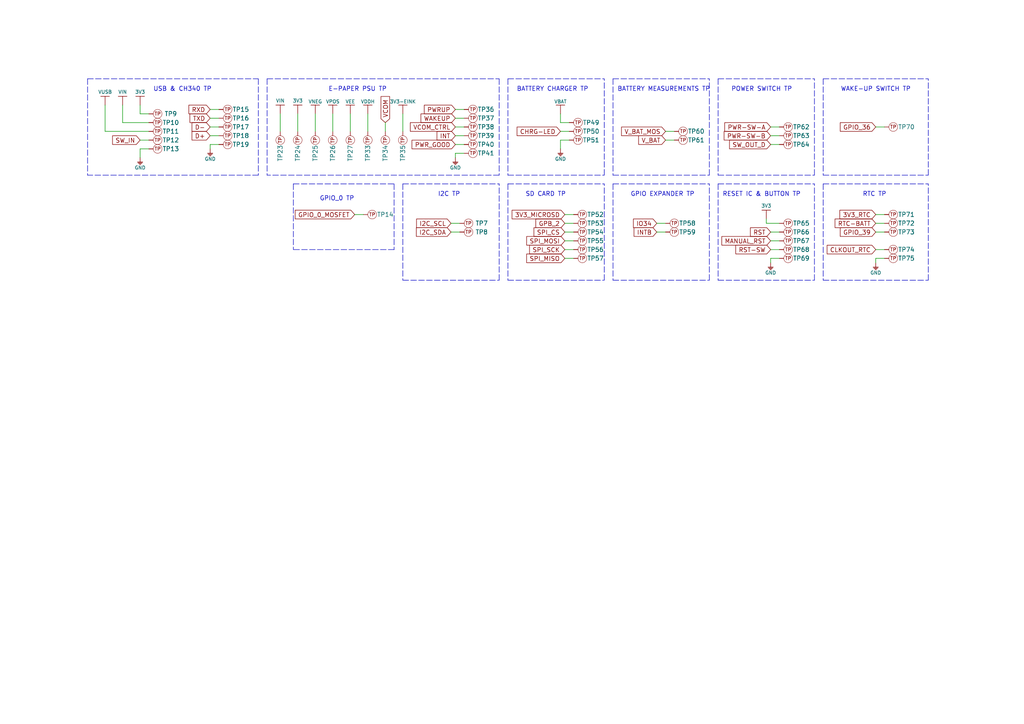
<source format=kicad_sch>
(kicad_sch (version 20211123) (generator eeschema)

  (uuid 2bf078c2-ef8f-4805-8cc4-db85bfcdccd9)

  (paper "A4")

  (title_block
    (title "Soldered Inkplate 6 FLICK")
    (date "2024-05-20")
    (rev "V1.2.0")
    (company "SOLDERED")
    (comment 1 "333317")
  )

  (lib_symbols
    (symbol "e-radionica.com schematics:3V3" (power) (pin_names (offset 0)) (in_bom yes) (on_board yes)
      (property "Reference" "#PWR" (id 0) (at 4.445 0 0)
        (effects (font (size 1 1)) hide)
      )
      (property "Value" "3V3" (id 1) (at 0 3.556 0)
        (effects (font (size 1 1)))
      )
      (property "Footprint" "" (id 2) (at 4.445 3.81 0)
        (effects (font (size 1 1)) hide)
      )
      (property "Datasheet" "" (id 3) (at 4.445 3.81 0)
        (effects (font (size 1 1)) hide)
      )
      (property "ki_keywords" "power-flag" (id 4) (at 0 0 0)
        (effects (font (size 1.27 1.27)) hide)
      )
      (property "ki_description" "Power symbol creates a global label with name \"3V3\"" (id 5) (at 0 0 0)
        (effects (font (size 1.27 1.27)) hide)
      )
      (symbol "3V3_0_1"
        (polyline
          (pts
            (xy -1.27 2.54)
            (xy 1.27 2.54)
          )
          (stroke (width 0.16) (type default) (color 0 0 0 0))
          (fill (type none))
        )
        (polyline
          (pts
            (xy 0 0)
            (xy 0 2.54)
          )
          (stroke (width 0) (type default) (color 0 0 0 0))
          (fill (type none))
        )
      )
      (symbol "3V3_1_1"
        (pin power_in line (at 0 0 90) (length 0) hide
          (name "3V3" (effects (font (size 1.27 1.27))))
          (number "1" (effects (font (size 1.27 1.27))))
        )
      )
    )
    (symbol "e-radionica.com schematics:3V3-EINK" (power) (pin_names (offset 0)) (in_bom yes) (on_board yes)
      (property "Reference" "#PWR" (id 0) (at 4.445 0 0)
        (effects (font (size 1 1)) hide)
      )
      (property "Value" "3V3-EINK" (id 1) (at 0 3.556 0)
        (effects (font (size 1 1)))
      )
      (property "Footprint" "" (id 2) (at 4.445 3.81 0)
        (effects (font (size 1 1)) hide)
      )
      (property "Datasheet" "" (id 3) (at 4.445 3.81 0)
        (effects (font (size 1 1)) hide)
      )
      (property "ki_keywords" "power-flag" (id 4) (at 0 0 0)
        (effects (font (size 1.27 1.27)) hide)
      )
      (property "ki_description" "Power symbol creates a global label with name \"3V3-EINK\"" (id 5) (at 0 0 0)
        (effects (font (size 1.27 1.27)) hide)
      )
      (symbol "3V3-EINK_0_1"
        (polyline
          (pts
            (xy -1.27 2.54)
            (xy 1.27 2.54)
          )
          (stroke (width 0.16) (type default) (color 0 0 0 0))
          (fill (type none))
        )
        (polyline
          (pts
            (xy 0 0)
            (xy 0 2.54)
          )
          (stroke (width 0) (type default) (color 0 0 0 0))
          (fill (type none))
        )
      )
      (symbol "3V3-EINK_1_1"
        (pin power_in line (at 0 0 90) (length 0) hide
          (name "3V3-EINK" (effects (font (size 1.27 1.27))))
          (number "1" (effects (font (size 1.27 1.27))))
        )
      )
    )
    (symbol "e-radionica.com schematics:GND" (power) (pin_names (offset 0)) (in_bom yes) (on_board yes)
      (property "Reference" "#PWR" (id 0) (at 4.445 0 0)
        (effects (font (size 1 1)) hide)
      )
      (property "Value" "GND" (id 1) (at 0 -2.921 0)
        (effects (font (size 1 1)))
      )
      (property "Footprint" "" (id 2) (at 4.445 3.81 0)
        (effects (font (size 1 1)) hide)
      )
      (property "Datasheet" "" (id 3) (at 4.445 3.81 0)
        (effects (font (size 1 1)) hide)
      )
      (property "ki_keywords" "power-flag" (id 4) (at 0 0 0)
        (effects (font (size 1.27 1.27)) hide)
      )
      (property "ki_description" "Power symbol creates a global label with name \"GND\"" (id 5) (at 0 0 0)
        (effects (font (size 1.27 1.27)) hide)
      )
      (symbol "GND_0_1"
        (polyline
          (pts
            (xy -0.762 -1.27)
            (xy 0.762 -1.27)
          )
          (stroke (width 0.16) (type default) (color 0 0 0 0))
          (fill (type none))
        )
        (polyline
          (pts
            (xy -0.635 -1.524)
            (xy 0.635 -1.524)
          )
          (stroke (width 0.16) (type default) (color 0 0 0 0))
          (fill (type none))
        )
        (polyline
          (pts
            (xy -0.381 -1.778)
            (xy 0.381 -1.778)
          )
          (stroke (width 0.16) (type default) (color 0 0 0 0))
          (fill (type none))
        )
        (polyline
          (pts
            (xy -0.127 -2.032)
            (xy 0.127 -2.032)
          )
          (stroke (width 0.16) (type default) (color 0 0 0 0))
          (fill (type none))
        )
        (polyline
          (pts
            (xy 0 0)
            (xy 0 -1.27)
          )
          (stroke (width 0.16) (type default) (color 0 0 0 0))
          (fill (type none))
        )
      )
      (symbol "GND_1_1"
        (pin power_in line (at 0 0 270) (length 0) hide
          (name "GND" (effects (font (size 1.27 1.27))))
          (number "1" (effects (font (size 1.27 1.27))))
        )
      )
    )
    (symbol "e-radionica.com schematics:Test_Point_SMD_0.8mm" (pin_numbers hide) (pin_names hide) (in_bom yes) (on_board yes)
      (property "Reference" "TP" (id 0) (at 0 2.54 0)
        (effects (font (size 1.27 1.27)))
      )
      (property "Value" "Test_Point_SMD_0.8mm" (id 1) (at 0 -2.54 0)
        (effects (font (size 1.27 1.27)) hide)
      )
      (property "Footprint" "e-radionica.com footprinti:Test_Point_SMD_0.8mm" (id 2) (at -1.27 -5.08 0)
        (effects (font (size 1.27 1.27)) hide)
      )
      (property "Datasheet" "" (id 3) (at -0.635 0 0)
        (effects (font (size 1.27 1.27)) hide)
      )
      (symbol "Test_Point_SMD_0.8mm_0_0"
        (text "TP" (at 0 0 0)
          (effects (font (size 1 1)))
        )
      )
      (symbol "Test_Point_SMD_0.8mm_0_1"
        (circle (center 0 0) (radius 1.27)
          (stroke (width 0.1) (type default) (color 0 0 0 0))
          (fill (type none))
        )
      )
      (symbol "Test_Point_SMD_0.8mm_1_1"
        (pin passive line (at 2.54 0 180) (length 1.27)
          (name "~" (effects (font (size 1 1))))
          (number "TP" (effects (font (size 1 1))))
        )
      )
    )
    (symbol "e-radionica.com schematics:VBAT" (power) (pin_names (offset 0)) (in_bom yes) (on_board yes)
      (property "Reference" "#PWR" (id 0) (at 4.445 0 0)
        (effects (font (size 1 1)) hide)
      )
      (property "Value" "VBAT" (id 1) (at 0 3.556 0)
        (effects (font (size 1 1)))
      )
      (property "Footprint" "" (id 2) (at 4.445 3.81 0)
        (effects (font (size 1 1)) hide)
      )
      (property "Datasheet" "" (id 3) (at 4.445 3.81 0)
        (effects (font (size 1 1)) hide)
      )
      (property "ki_keywords" "power-flag" (id 4) (at 0 0 0)
        (effects (font (size 1.27 1.27)) hide)
      )
      (property "ki_description" "Power symbol creates a global label with name \"VBAT\"" (id 5) (at 0 0 0)
        (effects (font (size 1.27 1.27)) hide)
      )
      (symbol "VBAT_0_1"
        (polyline
          (pts
            (xy -1.27 2.54)
            (xy 1.27 2.54)
          )
          (stroke (width 0.16) (type default) (color 0 0 0 0))
          (fill (type none))
        )
        (polyline
          (pts
            (xy 0 0)
            (xy 0 2.54)
          )
          (stroke (width 0) (type default) (color 0 0 0 0))
          (fill (type none))
        )
      )
      (symbol "VBAT_1_1"
        (pin power_in line (at 0 0 90) (length 0) hide
          (name "VBAT" (effects (font (size 1.27 1.27))))
          (number "1" (effects (font (size 1.27 1.27))))
        )
      )
    )
    (symbol "e-radionica.com schematics:VDDH" (power) (pin_names (offset 0)) (in_bom yes) (on_board yes)
      (property "Reference" "#PWR" (id 0) (at 4.445 0 0)
        (effects (font (size 1 1)) hide)
      )
      (property "Value" "VDDH" (id 1) (at 0 3.556 0)
        (effects (font (size 1 1)))
      )
      (property "Footprint" "" (id 2) (at 4.445 3.81 0)
        (effects (font (size 1 1)) hide)
      )
      (property "Datasheet" "" (id 3) (at 4.445 3.81 0)
        (effects (font (size 1 1)) hide)
      )
      (property "ki_keywords" "power-flag" (id 4) (at 0 0 0)
        (effects (font (size 1.27 1.27)) hide)
      )
      (property "ki_description" "Power symbol creates a global label with name \"VDDH\"" (id 5) (at 0 0 0)
        (effects (font (size 1.27 1.27)) hide)
      )
      (symbol "VDDH_0_1"
        (polyline
          (pts
            (xy -1.27 2.54)
            (xy 1.27 2.54)
          )
          (stroke (width 0.16) (type default) (color 0 0 0 0))
          (fill (type none))
        )
        (polyline
          (pts
            (xy 0 0)
            (xy 0 2.54)
          )
          (stroke (width 0) (type default) (color 0 0 0 0))
          (fill (type none))
        )
      )
      (symbol "VDDH_1_1"
        (pin power_in line (at 0 0 90) (length 0) hide
          (name "VDDH" (effects (font (size 1.27 1.27))))
          (number "1" (effects (font (size 1.27 1.27))))
        )
      )
    )
    (symbol "e-radionica.com schematics:VEE" (power) (pin_names (offset 0)) (in_bom yes) (on_board yes)
      (property "Reference" "#PWR" (id 0) (at 4.445 0 0)
        (effects (font (size 1 1)) hide)
      )
      (property "Value" "VEE" (id 1) (at 0 3.556 0)
        (effects (font (size 1 1)))
      )
      (property "Footprint" "" (id 2) (at 4.445 3.81 0)
        (effects (font (size 1 1)) hide)
      )
      (property "Datasheet" "" (id 3) (at 4.445 3.81 0)
        (effects (font (size 1 1)) hide)
      )
      (property "ki_keywords" "power-flag" (id 4) (at 0 0 0)
        (effects (font (size 1.27 1.27)) hide)
      )
      (property "ki_description" "Power symbol creates a global label with name \"VEE\"" (id 5) (at 0 0 0)
        (effects (font (size 1.27 1.27)) hide)
      )
      (symbol "VEE_0_1"
        (polyline
          (pts
            (xy -1.27 2.54)
            (xy 1.27 2.54)
          )
          (stroke (width 0.16) (type default) (color 0 0 0 0))
          (fill (type none))
        )
        (polyline
          (pts
            (xy 0 0)
            (xy 0 2.54)
          )
          (stroke (width 0) (type default) (color 0 0 0 0))
          (fill (type none))
        )
      )
      (symbol "VEE_1_1"
        (pin power_in line (at 0 0 90) (length 0) hide
          (name "VEE" (effects (font (size 1.27 1.27))))
          (number "1" (effects (font (size 1.27 1.27))))
        )
      )
    )
    (symbol "e-radionica.com schematics:VIN" (power) (pin_names (offset 0)) (in_bom yes) (on_board yes)
      (property "Reference" "#PWR" (id 0) (at 4.445 0 0)
        (effects (font (size 1 1)) hide)
      )
      (property "Value" "VIN" (id 1) (at 0 3.556 0)
        (effects (font (size 1 1)))
      )
      (property "Footprint" "" (id 2) (at 4.445 3.81 0)
        (effects (font (size 1 1)) hide)
      )
      (property "Datasheet" "" (id 3) (at 4.445 3.81 0)
        (effects (font (size 1 1)) hide)
      )
      (property "ki_keywords" "power-flag" (id 4) (at 0 0 0)
        (effects (font (size 1.27 1.27)) hide)
      )
      (property "ki_description" "Power symbol creates a global label with name \"VIN\"" (id 5) (at 0 0 0)
        (effects (font (size 1.27 1.27)) hide)
      )
      (symbol "VIN_0_1"
        (polyline
          (pts
            (xy -1.27 2.54)
            (xy 1.27 2.54)
          )
          (stroke (width 0.16) (type default) (color 0 0 0 0))
          (fill (type none))
        )
        (polyline
          (pts
            (xy 0 0)
            (xy 0 2.54)
          )
          (stroke (width 0) (type default) (color 0 0 0 0))
          (fill (type none))
        )
      )
      (symbol "VIN_1_1"
        (pin power_in line (at 0 0 90) (length 0) hide
          (name "VIN" (effects (font (size 1.27 1.27))))
          (number "1" (effects (font (size 1.27 1.27))))
        )
      )
    )
    (symbol "e-radionica.com schematics:VNEG" (power) (pin_names (offset 0)) (in_bom yes) (on_board yes)
      (property "Reference" "#PWR" (id 0) (at 4.445 0 0)
        (effects (font (size 1 1)) hide)
      )
      (property "Value" "VNEG" (id 1) (at 0 3.556 0)
        (effects (font (size 1 1)))
      )
      (property "Footprint" "" (id 2) (at 4.445 3.81 0)
        (effects (font (size 1 1)) hide)
      )
      (property "Datasheet" "" (id 3) (at 4.445 3.81 0)
        (effects (font (size 1 1)) hide)
      )
      (property "ki_keywords" "power-flag" (id 4) (at 0 0 0)
        (effects (font (size 1.27 1.27)) hide)
      )
      (property "ki_description" "Power symbol creates a global label with name \"VNEG\"" (id 5) (at 0 0 0)
        (effects (font (size 1.27 1.27)) hide)
      )
      (symbol "VNEG_0_1"
        (polyline
          (pts
            (xy -1.27 2.54)
            (xy 1.27 2.54)
          )
          (stroke (width 0.16) (type default) (color 0 0 0 0))
          (fill (type none))
        )
        (polyline
          (pts
            (xy 0 0)
            (xy 0 2.54)
          )
          (stroke (width 0) (type default) (color 0 0 0 0))
          (fill (type none))
        )
      )
      (symbol "VNEG_1_1"
        (pin power_in line (at 0 0 90) (length 0) hide
          (name "VNEG" (effects (font (size 1.27 1.27))))
          (number "1" (effects (font (size 1.27 1.27))))
        )
      )
    )
    (symbol "e-radionica.com schematics:VPOS" (power) (pin_names (offset 0)) (in_bom yes) (on_board yes)
      (property "Reference" "#PWR" (id 0) (at 4.445 0 0)
        (effects (font (size 1 1)) hide)
      )
      (property "Value" "VPOS" (id 1) (at 0 3.556 0)
        (effects (font (size 1 1)))
      )
      (property "Footprint" "" (id 2) (at 4.445 3.81 0)
        (effects (font (size 1 1)) hide)
      )
      (property "Datasheet" "" (id 3) (at 4.445 3.81 0)
        (effects (font (size 1 1)) hide)
      )
      (property "ki_keywords" "power-flag" (id 4) (at 0 0 0)
        (effects (font (size 1.27 1.27)) hide)
      )
      (property "ki_description" "Power symbol creates a global label with name \"VPOS\"" (id 5) (at 0 0 0)
        (effects (font (size 1.27 1.27)) hide)
      )
      (symbol "VPOS_0_1"
        (polyline
          (pts
            (xy -1.27 2.54)
            (xy 1.27 2.54)
          )
          (stroke (width 0.16) (type default) (color 0 0 0 0))
          (fill (type none))
        )
        (polyline
          (pts
            (xy 0 0)
            (xy 0 2.54)
          )
          (stroke (width 0) (type default) (color 0 0 0 0))
          (fill (type none))
        )
      )
      (symbol "VPOS_1_1"
        (pin power_in line (at 0 0 90) (length 0) hide
          (name "VPOS" (effects (font (size 1.27 1.27))))
          (number "1" (effects (font (size 1.27 1.27))))
        )
      )
    )
    (symbol "e-radionica.com schematics:VUSB" (power) (pin_names (offset 0)) (in_bom yes) (on_board yes)
      (property "Reference" "#PWR" (id 0) (at 4.445 0 0)
        (effects (font (size 1 1)) hide)
      )
      (property "Value" "VUSB" (id 1) (at 0 3.556 0)
        (effects (font (size 1 1)))
      )
      (property "Footprint" "" (id 2) (at 4.445 3.81 0)
        (effects (font (size 1 1)) hide)
      )
      (property "Datasheet" "" (id 3) (at 4.445 3.81 0)
        (effects (font (size 1 1)) hide)
      )
      (property "ki_keywords" "power-flag" (id 4) (at 0 0 0)
        (effects (font (size 1.27 1.27)) hide)
      )
      (property "ki_description" "Power symbol creates a global label with name \"VUSB\"" (id 5) (at 0 0 0)
        (effects (font (size 1.27 1.27)) hide)
      )
      (symbol "VUSB_0_1"
        (polyline
          (pts
            (xy -1.27 2.54)
            (xy 1.27 2.54)
          )
          (stroke (width 0.16) (type default) (color 0 0 0 0))
          (fill (type none))
        )
        (polyline
          (pts
            (xy 0 0)
            (xy 0 2.54)
          )
          (stroke (width 0) (type default) (color 0 0 0 0))
          (fill (type none))
        )
      )
      (symbol "VUSB_1_1"
        (pin power_in line (at 0 0 90) (length 0) hide
          (name "VUSB" (effects (font (size 1.27 1.27))))
          (number "1" (effects (font (size 1.27 1.27))))
        )
      )
    )
  )


  (wire (pts (xy 162.56 38.1) (xy 165.1 38.1))
    (stroke (width 0) (type default) (color 0 0 0 0))
    (uuid 010b49d4-6686-4869-96fc-2e755263920b)
  )
  (wire (pts (xy 165.1 40.64) (xy 162.56 40.64))
    (stroke (width 0) (type default) (color 0 0 0 0))
    (uuid 093445c0-9c5c-4159-98cc-eb5e0d579f3a)
  )
  (polyline (pts (xy 236.22 81.28) (xy 236.22 53.34))
    (stroke (width 0) (type default) (color 0 0 0 0))
    (uuid 0a6af41f-7628-4ff3-bf84-1d3921b6b238)
  )
  (polyline (pts (xy 114.3 72.39) (xy 85.09 72.39))
    (stroke (width 0) (type default) (color 0 0 0 0))
    (uuid 0ae53fc0-952a-4835-b249-e9b7983076ca)
  )
  (polyline (pts (xy 74.93 22.86) (xy 74.93 50.8))
    (stroke (width 0) (type default) (color 0 0 0 0))
    (uuid 0d010bf0-c540-4dc3-9fc7-b78c5a5efaa3)
  )

  (wire (pts (xy 102.87 62.23) (xy 105.41 62.23))
    (stroke (width 0) (type default) (color 0 0 0 0))
    (uuid 0db4dd37-73e8-499b-9724-c4ca28f298d1)
  )
  (wire (pts (xy 43.18 38.1) (xy 30.48 38.1))
    (stroke (width 0) (type default) (color 0 0 0 0))
    (uuid 0e3611fa-57ce-4148-8b8d-dcbe1e3c585c)
  )
  (wire (pts (xy 223.52 74.93) (xy 223.52 76.2))
    (stroke (width 0) (type default) (color 0 0 0 0))
    (uuid 127dff11-49aa-474f-aacf-fa6e85bd11d7)
  )
  (polyline (pts (xy 116.84 53.34) (xy 116.84 81.28))
    (stroke (width 0) (type default) (color 0 0 0 0))
    (uuid 131c96ea-3b07-4b1f-b256-ab88c571ad73)
  )

  (wire (pts (xy 132.08 31.75) (xy 134.62 31.75))
    (stroke (width 0) (type default) (color 0 0 0 0))
    (uuid 1495692d-2d7a-4567-be51-f95d662ec23d)
  )
  (wire (pts (xy 190.5 67.31) (xy 193.04 67.31))
    (stroke (width 0) (type default) (color 0 0 0 0))
    (uuid 15c37b34-2dfd-4d96-95e3-5373070b384f)
  )
  (wire (pts (xy 130.81 64.77) (xy 133.35 64.77))
    (stroke (width 0) (type default) (color 0 0 0 0))
    (uuid 18af90cf-3cbb-4390-98a1-0f65c23c65b9)
  )
  (wire (pts (xy 193.04 40.64) (xy 195.58 40.64))
    (stroke (width 0) (type default) (color 0 0 0 0))
    (uuid 1c6f325a-e4c1-4238-a00a-dd3801300cbe)
  )
  (polyline (pts (xy 116.84 81.28) (xy 144.78 81.28))
    (stroke (width 0) (type default) (color 0 0 0 0))
    (uuid 251ac4af-1365-4a56-afd6-0389f8335488)
  )
  (polyline (pts (xy 77.47 22.86) (xy 77.47 50.8))
    (stroke (width 0) (type default) (color 0 0 0 0))
    (uuid 27e28989-a57a-47e6-be58-5587e1598989)
  )
  (polyline (pts (xy 208.28 81.28) (xy 236.22 81.28))
    (stroke (width 0) (type default) (color 0 0 0 0))
    (uuid 286a1df0-2d1f-4783-b90b-96ab9abda783)
  )

  (wire (pts (xy 132.08 39.37) (xy 134.62 39.37))
    (stroke (width 0) (type default) (color 0 0 0 0))
    (uuid 28aa2cb5-f781-41f5-9882-92959e1e9f8d)
  )
  (polyline (pts (xy 144.78 50.8) (xy 77.47 50.8))
    (stroke (width 0) (type default) (color 0 0 0 0))
    (uuid 2c71e1bf-c7d6-45b4-9e65-ad84d0c7c6d1)
  )

  (wire (pts (xy 162.56 33.02) (xy 162.56 35.56))
    (stroke (width 0) (type default) (color 0 0 0 0))
    (uuid 2eca40d6-f09f-4e2e-8d47-0d0a8cf4463d)
  )
  (polyline (pts (xy 238.76 22.86) (xy 238.76 50.8))
    (stroke (width 0) (type default) (color 0 0 0 0))
    (uuid 322e714e-a215-426e-8ad9-189a7b7737e3)
  )

  (wire (pts (xy 130.81 67.31) (xy 133.35 67.31))
    (stroke (width 0) (type default) (color 0 0 0 0))
    (uuid 355fc550-b022-4bce-89a8-2f846333f842)
  )
  (polyline (pts (xy 25.4 22.86) (xy 25.4 50.8))
    (stroke (width 0) (type default) (color 0 0 0 0))
    (uuid 3aabaa3f-58bd-4cb0-ab8f-31305b92f4cf)
  )
  (polyline (pts (xy 269.24 50.8) (xy 269.24 22.86))
    (stroke (width 0) (type default) (color 0 0 0 0))
    (uuid 3fa7abed-825d-4b65-8cba-a022ad79f0b4)
  )

  (wire (pts (xy 132.08 36.83) (xy 134.62 36.83))
    (stroke (width 0) (type default) (color 0 0 0 0))
    (uuid 3fcb9235-9ad6-4d0d-a379-fe65e12c4fb8)
  )
  (polyline (pts (xy 77.47 22.86) (xy 144.78 22.86))
    (stroke (width 0) (type default) (color 0 0 0 0))
    (uuid 40a232d6-dde7-4e4f-9842-26dbc051e7fa)
  )

  (wire (pts (xy 254 36.83) (xy 256.54 36.83))
    (stroke (width 0) (type default) (color 0 0 0 0))
    (uuid 40b4e077-4a63-4b34-ae92-2881bb7580aa)
  )
  (wire (pts (xy 101.6 33.02) (xy 101.6 38.1))
    (stroke (width 0) (type default) (color 0 0 0 0))
    (uuid 40d42ddc-c937-41c7-b87c-fe1a496b9b7f)
  )
  (polyline (pts (xy 177.8 53.34) (xy 177.8 81.28))
    (stroke (width 0) (type default) (color 0 0 0 0))
    (uuid 4140e301-aed0-49ae-aa22-a370a946b2a8)
  )

  (wire (pts (xy 226.06 74.93) (xy 223.52 74.93))
    (stroke (width 0) (type default) (color 0 0 0 0))
    (uuid 42fdf456-8be2-411d-bd7f-2aaff03d61f9)
  )
  (wire (pts (xy 35.56 30.48) (xy 35.56 35.56))
    (stroke (width 0) (type default) (color 0 0 0 0))
    (uuid 462588b9-31ae-48a8-bde5-125a850c97e7)
  )
  (wire (pts (xy 40.64 43.18) (xy 40.64 45.72))
    (stroke (width 0) (type default) (color 0 0 0 0))
    (uuid 470c285f-0037-4728-88fe-2c8589f1acf1)
  )
  (polyline (pts (xy 144.78 22.86) (xy 144.78 50.8))
    (stroke (width 0) (type default) (color 0 0 0 0))
    (uuid 47d58dd8-e579-40a4-b310-ad1492559d25)
  )
  (polyline (pts (xy 25.4 22.86) (xy 74.93 22.86))
    (stroke (width 0) (type default) (color 0 0 0 0))
    (uuid 4e841f08-0638-443a-9392-c1dd907d497f)
  )

  (wire (pts (xy 163.83 64.77) (xy 166.37 64.77))
    (stroke (width 0) (type default) (color 0 0 0 0))
    (uuid 50625eab-b72b-40aa-9868-27256c7e14cc)
  )
  (wire (pts (xy 35.56 35.56) (xy 43.18 35.56))
    (stroke (width 0) (type default) (color 0 0 0 0))
    (uuid 507689ac-0d44-4527-aa51-7dce73ce557c)
  )
  (wire (pts (xy 60.96 36.83) (xy 63.5 36.83))
    (stroke (width 0) (type default) (color 0 0 0 0))
    (uuid 50b6aca2-01d5-44b0-863b-6e4910a4d2a4)
  )
  (wire (pts (xy 43.18 43.18) (xy 40.64 43.18))
    (stroke (width 0) (type default) (color 0 0 0 0))
    (uuid 525626a5-4ed8-4230-af6e-cc6a3b70a198)
  )
  (polyline (pts (xy 208.28 22.86) (xy 236.22 22.86))
    (stroke (width 0) (type default) (color 0 0 0 0))
    (uuid 5403885a-20ea-4170-9edd-3de9a7a5fa79)
  )

  (wire (pts (xy 106.68 33.02) (xy 106.68 38.1))
    (stroke (width 0) (type default) (color 0 0 0 0))
    (uuid 5425070f-0185-4883-8a90-272ca1150efb)
  )
  (polyline (pts (xy 147.32 53.34) (xy 175.26 53.34))
    (stroke (width 0) (type default) (color 0 0 0 0))
    (uuid 5481dad3-8bcc-4c0e-8e8e-1dd23eb8ca0f)
  )

  (wire (pts (xy 111.76 35.56) (xy 111.76 38.1))
    (stroke (width 0) (type default) (color 0 0 0 0))
    (uuid 556a0c7b-7f08-4ffa-8779-963c993ec61c)
  )
  (wire (pts (xy 63.5 41.91) (xy 60.96 41.91))
    (stroke (width 0) (type default) (color 0 0 0 0))
    (uuid 56c58c35-e238-4f51-b191-aaad90467cb0)
  )
  (wire (pts (xy 222.25 64.77) (xy 226.06 64.77))
    (stroke (width 0) (type default) (color 0 0 0 0))
    (uuid 585c0b7c-2a14-489b-9073-0a4f92e2be22)
  )
  (wire (pts (xy 116.84 33.02) (xy 116.84 38.1))
    (stroke (width 0) (type default) (color 0 0 0 0))
    (uuid 59e84015-472e-4d3e-96b4-f680452df293)
  )
  (polyline (pts (xy 147.32 81.28) (xy 175.26 81.28))
    (stroke (width 0) (type default) (color 0 0 0 0))
    (uuid 5be1b4de-a444-4b8d-87f6-5671cde1848f)
  )

  (wire (pts (xy 223.52 72.39) (xy 226.06 72.39))
    (stroke (width 0) (type default) (color 0 0 0 0))
    (uuid 5c3b389b-3637-4be1-b5f7-5c3f7ada99d2)
  )
  (polyline (pts (xy 238.76 50.8) (xy 269.24 50.8))
    (stroke (width 0) (type default) (color 0 0 0 0))
    (uuid 5d084df6-2638-4472-8d13-7aa368774af5)
  )

  (wire (pts (xy 86.36 33.02) (xy 86.36 38.1))
    (stroke (width 0) (type default) (color 0 0 0 0))
    (uuid 604edb7e-b041-4490-a3ca-6f241fc982ff)
  )
  (polyline (pts (xy 74.93 50.8) (xy 25.4 50.8))
    (stroke (width 0) (type default) (color 0 0 0 0))
    (uuid 651459ea-1caf-4f32-a605-5b3908bbaf10)
  )

  (wire (pts (xy 162.56 35.56) (xy 165.1 35.56))
    (stroke (width 0) (type default) (color 0 0 0 0))
    (uuid 65afaa97-4e41-4458-a41f-69be6e429527)
  )
  (polyline (pts (xy 205.74 50.8) (xy 205.74 22.86))
    (stroke (width 0) (type default) (color 0 0 0 0))
    (uuid 693b8e2e-9c2d-4df8-95b1-41719179b725)
  )
  (polyline (pts (xy 238.76 22.86) (xy 269.24 22.86))
    (stroke (width 0) (type default) (color 0 0 0 0))
    (uuid 6acd7202-5927-4baf-bf3d-e7c3211de2fa)
  )

  (wire (pts (xy 254 62.23) (xy 256.54 62.23))
    (stroke (width 0) (type default) (color 0 0 0 0))
    (uuid 6bdeb9e9-d2eb-4dee-91a6-79c4b777e001)
  )
  (polyline (pts (xy 177.8 53.34) (xy 205.74 53.34))
    (stroke (width 0) (type default) (color 0 0 0 0))
    (uuid 6d3559fc-bd56-4770-ae25-7628efc2aa10)
  )
  (polyline (pts (xy 238.76 53.34) (xy 269.24 53.34))
    (stroke (width 0) (type default) (color 0 0 0 0))
    (uuid 7176930e-1dae-477f-8a58-ec672d62b3a1)
  )
  (polyline (pts (xy 85.09 53.34) (xy 114.3 53.34))
    (stroke (width 0) (type default) (color 0 0 0 0))
    (uuid 720d7472-b0db-46cd-90d4-f6daef52316a)
  )

  (wire (pts (xy 223.52 67.31) (xy 226.06 67.31))
    (stroke (width 0) (type default) (color 0 0 0 0))
    (uuid 72aac2b5-a74b-4a61-a8b7-bce8beb3ccc3)
  )
  (polyline (pts (xy 147.32 53.34) (xy 147.32 81.28))
    (stroke (width 0) (type default) (color 0 0 0 0))
    (uuid 72bc5ca7-e9f3-48b0-a266-bad4e5e7eddc)
  )
  (polyline (pts (xy 175.26 50.8) (xy 175.26 22.86))
    (stroke (width 0) (type default) (color 0 0 0 0))
    (uuid 73cd50d0-9e01-4df1-9962-e6d7c788f9ea)
  )

  (wire (pts (xy 132.08 34.29) (xy 134.62 34.29))
    (stroke (width 0) (type default) (color 0 0 0 0))
    (uuid 744b64d9-2ed3-474e-b57c-b50ff188fa42)
  )
  (wire (pts (xy 60.96 41.91) (xy 60.96 43.18))
    (stroke (width 0) (type default) (color 0 0 0 0))
    (uuid 78b2b8ee-ae3c-486d-91f2-2a0725137a11)
  )
  (wire (pts (xy 223.52 39.37) (xy 226.06 39.37))
    (stroke (width 0) (type default) (color 0 0 0 0))
    (uuid 7e24e9cc-1869-404b-b942-9d483bb7cc62)
  )
  (wire (pts (xy 132.08 41.91) (xy 134.62 41.91))
    (stroke (width 0) (type default) (color 0 0 0 0))
    (uuid 80722c3d-b24b-4fed-b56f-0512f7cb4e97)
  )
  (wire (pts (xy 163.83 74.93) (xy 166.37 74.93))
    (stroke (width 0) (type default) (color 0 0 0 0))
    (uuid 81388963-d64e-4fef-957f-ef1f20200c32)
  )
  (wire (pts (xy 91.44 33.02) (xy 91.44 38.1))
    (stroke (width 0) (type default) (color 0 0 0 0))
    (uuid 86544649-398d-42e5-b5d7-b45b82cf3050)
  )
  (wire (pts (xy 256.54 74.93) (xy 254 74.93))
    (stroke (width 0) (type default) (color 0 0 0 0))
    (uuid 8b638cc8-4e7c-418b-b609-97c3a7409653)
  )
  (polyline (pts (xy 236.22 50.8) (xy 236.22 22.86))
    (stroke (width 0) (type default) (color 0 0 0 0))
    (uuid 8fa5cb79-10b2-49fa-a171-7c41982754a5)
  )

  (wire (pts (xy 190.5 64.77) (xy 193.04 64.77))
    (stroke (width 0) (type default) (color 0 0 0 0))
    (uuid 916a7177-7261-47b1-b256-2d47ab7726b3)
  )
  (wire (pts (xy 40.64 40.64) (xy 43.18 40.64))
    (stroke (width 0) (type default) (color 0 0 0 0))
    (uuid 97b3aa17-bef7-49e3-bd59-697db47890ea)
  )
  (polyline (pts (xy 208.28 53.34) (xy 208.28 81.28))
    (stroke (width 0) (type default) (color 0 0 0 0))
    (uuid 9906ea5f-6e90-4379-96d4-16d146c8c91c)
  )
  (polyline (pts (xy 116.84 53.34) (xy 144.78 53.34))
    (stroke (width 0) (type default) (color 0 0 0 0))
    (uuid 99dad093-5efd-4aa9-ad70-71fe162f5dd5)
  )

  (wire (pts (xy 162.56 40.64) (xy 162.56 43.18))
    (stroke (width 0) (type default) (color 0 0 0 0))
    (uuid 9b38b626-c81c-43b8-b2f4-f25d07c5dc74)
  )
  (polyline (pts (xy 144.78 81.28) (xy 144.78 53.34))
    (stroke (width 0) (type default) (color 0 0 0 0))
    (uuid 9b3ecb1b-8155-4a89-9d54-9f27f2514c86)
  )

  (wire (pts (xy 163.83 69.85) (xy 166.37 69.85))
    (stroke (width 0) (type default) (color 0 0 0 0))
    (uuid 9bec497d-2ae5-41a7-89e2-bc427271ef2e)
  )
  (polyline (pts (xy 238.76 53.34) (xy 238.76 81.28))
    (stroke (width 0) (type default) (color 0 0 0 0))
    (uuid 9cc1410f-ee55-4ac2-aaf6-5ff4272c57cf)
  )
  (polyline (pts (xy 147.32 22.86) (xy 147.32 50.8))
    (stroke (width 0) (type default) (color 0 0 0 0))
    (uuid a2556218-60e3-42a0-b465-cc6e2c09713a)
  )

  (wire (pts (xy 193.04 38.1) (xy 195.58 38.1))
    (stroke (width 0) (type default) (color 0 0 0 0))
    (uuid a3655d90-c19e-480d-8c74-654b90c598fc)
  )
  (polyline (pts (xy 177.8 22.86) (xy 205.74 22.86))
    (stroke (width 0) (type default) (color 0 0 0 0))
    (uuid a50b92ed-b1d4-4e01-8207-51bb45eac66d)
  )

  (wire (pts (xy 132.08 45.72) (xy 132.08 44.45))
    (stroke (width 0) (type default) (color 0 0 0 0))
    (uuid acf00e9a-9113-4b0e-a6b5-0663133b0ed2)
  )
  (wire (pts (xy 254 64.77) (xy 256.54 64.77))
    (stroke (width 0) (type default) (color 0 0 0 0))
    (uuid b22a4b92-69b3-43bb-a4e0-5017f1426318)
  )
  (wire (pts (xy 254 74.93) (xy 254 76.2))
    (stroke (width 0) (type default) (color 0 0 0 0))
    (uuid b45a34e6-9662-430c-aff8-603f83638c34)
  )
  (polyline (pts (xy 208.28 53.34) (xy 236.22 53.34))
    (stroke (width 0) (type default) (color 0 0 0 0))
    (uuid b9451912-e4a1-4f9b-8cfd-d9b60f5a2f56)
  )

  (wire (pts (xy 223.52 69.85) (xy 226.06 69.85))
    (stroke (width 0) (type default) (color 0 0 0 0))
    (uuid beb3de15-15a2-4d08-891a-d30e3936757c)
  )
  (polyline (pts (xy 175.26 81.28) (xy 175.26 53.34))
    (stroke (width 0) (type default) (color 0 0 0 0))
    (uuid c0811ce5-88fe-489b-a896-9c6a23162acd)
  )

  (wire (pts (xy 254 67.31) (xy 256.54 67.31))
    (stroke (width 0) (type default) (color 0 0 0 0))
    (uuid c0879f06-5d0c-44ac-b072-d0ee2870af98)
  )
  (wire (pts (xy 43.18 33.02) (xy 40.64 33.02))
    (stroke (width 0) (type default) (color 0 0 0 0))
    (uuid c260a9f5-7eaa-47ba-a9d9-a276fa5839e3)
  )
  (polyline (pts (xy 208.28 22.86) (xy 208.28 50.8))
    (stroke (width 0) (type default) (color 0 0 0 0))
    (uuid c635144c-19d8-43fa-b145-058ea1e56a51)
  )

  (wire (pts (xy 163.83 72.39) (xy 166.37 72.39))
    (stroke (width 0) (type default) (color 0 0 0 0))
    (uuid c6dd0033-bf78-46f0-b87e-bb53619817af)
  )
  (wire (pts (xy 96.52 33.02) (xy 96.52 38.1))
    (stroke (width 0) (type default) (color 0 0 0 0))
    (uuid c82b321b-f4f9-42c4-a9a6-7acf6b265c3a)
  )
  (wire (pts (xy 40.64 33.02) (xy 40.64 30.48))
    (stroke (width 0) (type default) (color 0 0 0 0))
    (uuid c9822136-e99e-47bc-8417-e8af235bcef0)
  )
  (polyline (pts (xy 85.09 53.34) (xy 85.09 72.39))
    (stroke (width 0) (type default) (color 0 0 0 0))
    (uuid c9a96672-df35-40c2-b968-1be534d59192)
  )
  (polyline (pts (xy 147.32 22.86) (xy 175.26 22.86))
    (stroke (width 0) (type default) (color 0 0 0 0))
    (uuid c9fda0dd-ba99-4fd6-a23e-fd28447c63ac)
  )

  (wire (pts (xy 60.96 31.75) (xy 63.5 31.75))
    (stroke (width 0) (type default) (color 0 0 0 0))
    (uuid cc885a55-089d-4708-805b-7e98cdbb729f)
  )
  (wire (pts (xy 60.96 34.29) (xy 63.5 34.29))
    (stroke (width 0) (type default) (color 0 0 0 0))
    (uuid d8b704d1-5e8d-4508-b957-f658842224a4)
  )
  (wire (pts (xy 30.48 38.1) (xy 30.48 30.48))
    (stroke (width 0) (type default) (color 0 0 0 0))
    (uuid db6e26fa-cee2-45b8-9463-fcce239d61d5)
  )
  (wire (pts (xy 163.83 62.23) (xy 166.37 62.23))
    (stroke (width 0) (type default) (color 0 0 0 0))
    (uuid dcddd594-a7ff-43b6-8207-e073a519a301)
  )
  (wire (pts (xy 223.52 41.91) (xy 226.06 41.91))
    (stroke (width 0) (type default) (color 0 0 0 0))
    (uuid e089249b-0cf2-410b-96ab-14b32a403a81)
  )
  (polyline (pts (xy 147.32 50.8) (xy 175.26 50.8))
    (stroke (width 0) (type default) (color 0 0 0 0))
    (uuid e0be980d-1adf-437e-a63f-04761116ecb9)
  )
  (polyline (pts (xy 177.8 81.28) (xy 205.74 81.28))
    (stroke (width 0) (type default) (color 0 0 0 0))
    (uuid e0bf7c5d-196e-42e8-b6b6-81290866891e)
  )

  (wire (pts (xy 132.08 44.45) (xy 134.62 44.45))
    (stroke (width 0) (type default) (color 0 0 0 0))
    (uuid e0de8e2c-6e53-4761-843f-24dadb8bb80d)
  )
  (wire (pts (xy 222.25 63.5) (xy 222.25 64.77))
    (stroke (width 0) (type default) (color 0 0 0 0))
    (uuid e0e90655-8b6f-45c1-a2f2-ca78eeaea350)
  )
  (polyline (pts (xy 208.28 50.8) (xy 236.22 50.8))
    (stroke (width 0) (type default) (color 0 0 0 0))
    (uuid e2c55ada-8d10-4230-ade5-a18a752081f0)
  )
  (polyline (pts (xy 269.24 81.28) (xy 269.24 53.34))
    (stroke (width 0) (type default) (color 0 0 0 0))
    (uuid e6118dae-f82f-45db-9308-bcd9e589eee5)
  )
  (polyline (pts (xy 205.74 81.28) (xy 205.74 53.34))
    (stroke (width 0) (type default) (color 0 0 0 0))
    (uuid e6c18f3a-ecb4-4db2-8270-97cceeccde88)
  )

  (wire (pts (xy 163.83 67.31) (xy 166.37 67.31))
    (stroke (width 0) (type default) (color 0 0 0 0))
    (uuid e6fa6050-87ad-4c90-b680-b017fd9ee670)
  )
  (polyline (pts (xy 238.76 81.28) (xy 269.24 81.28))
    (stroke (width 0) (type default) (color 0 0 0 0))
    (uuid e6ff4646-8050-494c-abed-f7ae76cfb62b)
  )

  (wire (pts (xy 223.52 36.83) (xy 226.06 36.83))
    (stroke (width 0) (type default) (color 0 0 0 0))
    (uuid eb4bf79c-a975-4c01-aa51-d310c430295f)
  )
  (polyline (pts (xy 177.8 22.86) (xy 177.8 50.8))
    (stroke (width 0) (type default) (color 0 0 0 0))
    (uuid edd62069-7f58-40c4-a930-5be5e8f134f8)
  )

  (wire (pts (xy 60.96 39.37) (xy 63.5 39.37))
    (stroke (width 0) (type default) (color 0 0 0 0))
    (uuid efe42f37-e65a-477f-8dcb-ea0b69dc0284)
  )
  (wire (pts (xy 81.28 33.02) (xy 81.28 38.1))
    (stroke (width 0) (type default) (color 0 0 0 0))
    (uuid f31638b0-64a7-4d3e-9068-a2a2ec02bf0f)
  )
  (polyline (pts (xy 177.8 50.8) (xy 205.74 50.8))
    (stroke (width 0) (type default) (color 0 0 0 0))
    (uuid f4b8df4e-cc6e-426d-b25b-296487d3b549)
  )

  (wire (pts (xy 254 72.39) (xy 256.54 72.39))
    (stroke (width 0) (type default) (color 0 0 0 0))
    (uuid faca538a-ee18-45ca-bdb3-4342041421cb)
  )
  (polyline (pts (xy 114.3 53.34) (xy 114.3 72.39))
    (stroke (width 0) (type default) (color 0 0 0 0))
    (uuid fe3737af-d1f0-4f5d-9234-9dab97d9b6d1)
  )

  (text "GPIO EXPANDER TP" (at 182.88 57.15 0)
    (effects (font (size 1.27 1.27)) (justify left bottom))
    (uuid 0017006c-0d85-4c53-9e20-5fa9cc8cb70c)
  )
  (text "BATTERY MEASUREMENTS TP" (at 179.07 26.67 0)
    (effects (font (size 1.27 1.27)) (justify left bottom))
    (uuid 18497c03-2d74-4223-aaef-df3ba1c5b01f)
  )
  (text "POWER SWITCH TP" (at 212.09 26.67 0)
    (effects (font (size 1.27 1.27)) (justify left bottom))
    (uuid 24ca74fe-8cd1-4e6a-a79a-4a803bb00925)
  )
  (text "RESET IC & BUTTON TP" (at 209.55 57.15 0)
    (effects (font (size 1.27 1.27)) (justify left bottom))
    (uuid 268d520a-0624-41df-acd4-88c995364e62)
  )
  (text "BATTERY CHARGER TP" (at 149.86 26.67 0)
    (effects (font (size 1.27 1.27)) (justify left bottom))
    (uuid 26dbdc8b-9b86-4b62-9ff3-580925a959b0)
  )
  (text "GPIO_0 TP" (at 92.71 58.42 0)
    (effects (font (size 1.27 1.27)) (justify left bottom))
    (uuid 584f746f-4fe9-46bd-a18f-ac63292416e1)
  )
  (text "SD CARD TP" (at 152.4 57.15 0)
    (effects (font (size 1.27 1.27)) (justify left bottom))
    (uuid 611111cc-19ad-4878-8a56-83a221af87e4)
  )
  (text "I2C TP" (at 127 57.15 0)
    (effects (font (size 1.27 1.27)) (justify left bottom))
    (uuid 64078d13-213d-4357-8adc-52285fc0747b)
  )
  (text "USB & CH340 TP" (at 44.45 26.67 0)
    (effects (font (size 1.27 1.27)) (justify left bottom))
    (uuid 704d3b8c-0fba-476f-b1db-3bd2c3b20eb7)
  )
  (text "WAKE-UP SWITCH TP" (at 243.84 26.67 0)
    (effects (font (size 1.27 1.27)) (justify left bottom))
    (uuid 722fa5fe-b135-46f0-9e7a-5b7ddafd6f8a)
  )
  (text "RTC TP" (at 250.19 57.15 0)
    (effects (font (size 1.27 1.27)) (justify left bottom))
    (uuid 7d3a7a22-6822-4416-b73f-778748e687f1)
  )
  (text "E-PAPER PSU TP" (at 95.25 26.67 0)
    (effects (font (size 1.27 1.27)) (justify left bottom))
    (uuid c03b4c28-d68c-4a1a-a434-054822560839)
  )

  (global_label "WAKEUP" (shape input) (at 132.08 34.29 180) (fields_autoplaced)
    (effects (font (size 1.27 1.27)) (justify right))
    (uuid 0165c906-59eb-41cf-beef-601f86d3c386)
    (property "Intersheet References" "${INTERSHEET_REFS}" (id 0) (at 122.1074 34.2106 0)
      (effects (font (size 1.27 1.27)) (justify right) hide)
    )
  )
  (global_label "SW_OUT_D" (shape input) (at 223.52 41.91 180) (fields_autoplaced)
    (effects (font (size 1.27 1.27)) (justify right))
    (uuid 0407a2e7-4930-4f44-9af5-d30c714d7f5c)
    (property "Intersheet References" "${INTERSHEET_REFS}" (id 0) (at 211.6121 41.8306 0)
      (effects (font (size 1.27 1.27)) (justify right) hide)
    )
  )
  (global_label "3V3_MICROSD" (shape input) (at 163.83 62.23 180) (fields_autoplaced)
    (effects (font (size 1.27 1.27)) (justify right))
    (uuid 08c08bd0-98d9-4b61-9dae-75128cfc75e5)
    (property "Intersheet References" "${INTERSHEET_REFS}" (id 0) (at 148.5355 62.3094 0)
      (effects (font (size 1.27 1.27)) (justify right) hide)
    )
  )
  (global_label "GPIO_36" (shape input) (at 254 36.83 180) (fields_autoplaced)
    (effects (font (size 1.27 1.27)) (justify right))
    (uuid 15bff00f-a80e-471e-bfe9-d7b17c69fe59)
    (property "Intersheet References" "${INTERSHEET_REFS}" (id 0) (at 243.725 36.7506 0)
      (effects (font (size 1.27 1.27)) (justify right) hide)
    )
  )
  (global_label "INTB" (shape input) (at 190.5 67.31 180) (fields_autoplaced)
    (effects (font (size 1.27 1.27)) (justify right))
    (uuid 16ea513f-932a-4e65-bbc3-5e7a556a72ea)
    (property "Intersheet References" "${INTERSHEET_REFS}" (id 0) (at 183.914 67.3894 0)
      (effects (font (size 1.27 1.27)) (justify right) hide)
    )
  )
  (global_label "V_BAT_MOS" (shape input) (at 193.04 38.1 180) (fields_autoplaced)
    (effects (font (size 1.27 1.27)) (justify right))
    (uuid 18efe82b-b7f9-4202-bd7c-9727e39f3de8)
    (property "Intersheet References" "${INTERSHEET_REFS}" (id 0) (at 180.2855 38.1794 0)
      (effects (font (size 1.27 1.27)) (justify right) hide)
    )
  )
  (global_label "PWR-SW-B" (shape input) (at 223.52 39.37 180) (fields_autoplaced)
    (effects (font (size 1.27 1.27)) (justify right))
    (uuid 2c14381d-3290-4c1f-a7d4-9d3af132b225)
    (property "Intersheet References" "${INTERSHEET_REFS}" (id 0) (at 210.0398 39.4494 0)
      (effects (font (size 1.27 1.27)) (justify right) hide)
    )
  )
  (global_label "VCOM_CTRL" (shape input) (at 132.08 36.83 180) (fields_autoplaced)
    (effects (font (size 1.27 1.27)) (justify right))
    (uuid 3004f32f-4b9e-4abe-8a20-7a2e179ef702)
    (property "Intersheet References" "${INTERSHEET_REFS}" (id 0) (at 119.0231 36.7506 0)
      (effects (font (size 1.27 1.27)) (justify right) hide)
    )
  )
  (global_label "CHRG-LED" (shape input) (at 162.56 38.1 180) (fields_autoplaced)
    (effects (font (size 1.27 1.27)) (justify right))
    (uuid 39fb441c-6279-4608-897d-9aff14221855)
    (property "Intersheet References" "${INTERSHEET_REFS}" (id 0) (at 149.9869 38.1794 0)
      (effects (font (size 1.27 1.27)) (justify right) hide)
    )
  )
  (global_label "IO34" (shape input) (at 190.5 64.77 180) (fields_autoplaced)
    (effects (font (size 1.27 1.27)) (justify right))
    (uuid 4fd69451-1241-4a6e-82a9-2b0d927416c3)
    (property "Intersheet References" "${INTERSHEET_REFS}" (id 0) (at 183.7326 64.6906 0)
      (effects (font (size 1.27 1.27)) (justify right) hide)
    )
  )
  (global_label "SPI_MOSI" (shape input) (at 163.83 69.85 180) (fields_autoplaced)
    (effects (font (size 1.27 1.27)) (justify right))
    (uuid 5082a034-e516-47ff-8f11-ccbfa257f816)
    (property "Intersheet References" "${INTERSHEET_REFS}" (id 0) (at 152.7688 69.7706 0)
      (effects (font (size 1.27 1.27)) (justify right) hide)
    )
  )
  (global_label "GPB_2" (shape input) (at 163.83 64.77 180) (fields_autoplaced)
    (effects (font (size 1.27 1.27)) (justify right))
    (uuid 53751900-59ab-45b2-8e9f-c08a1cc880b1)
    (property "Intersheet References" "${INTERSHEET_REFS}" (id 0) (at 155.4298 64.6906 0)
      (effects (font (size 1.27 1.27)) (justify right) hide)
    )
  )
  (global_label "I2C_SCL" (shape input) (at 130.81 64.77 180) (fields_autoplaced)
    (effects (font (size 1.27 1.27)) (justify right))
    (uuid 5432cb8f-a077-497b-8976-caeda0eea639)
    (property "Intersheet References" "${INTERSHEET_REFS}" (id 0) (at 120.8374 64.6906 0)
      (effects (font (size 1.27 1.27)) (justify right) hide)
    )
  )
  (global_label "SPI_MISO" (shape input) (at 163.83 74.93 180) (fields_autoplaced)
    (effects (font (size 1.27 1.27)) (justify right))
    (uuid 66807eae-dda7-46ca-a702-7e1836e6456d)
    (property "Intersheet References" "${INTERSHEET_REFS}" (id 0) (at 152.7688 74.8506 0)
      (effects (font (size 1.27 1.27)) (justify right) hide)
    )
  )
  (global_label "PWRUP" (shape input) (at 132.08 31.75 180) (fields_autoplaced)
    (effects (font (size 1.27 1.27)) (justify right))
    (uuid 6d370603-46a6-4993-8c50-ce81e9303386)
    (property "Intersheet References" "${INTERSHEET_REFS}" (id 0) (at 123.075 31.6706 0)
      (effects (font (size 1.27 1.27)) (justify right) hide)
    )
  )
  (global_label "PWR-SW-A" (shape input) (at 223.52 36.83 180) (fields_autoplaced)
    (effects (font (size 1.27 1.27)) (justify right))
    (uuid 7345361d-c690-4609-89c3-452988bca05c)
    (property "Intersheet References" "${INTERSHEET_REFS}" (id 0) (at 210.2212 36.9094 0)
      (effects (font (size 1.27 1.27)) (justify right) hide)
    )
  )
  (global_label "VCOM" (shape input) (at 111.76 35.56 90) (fields_autoplaced)
    (effects (font (size 1.27 1.27)) (justify left))
    (uuid 75e7dd7b-2691-4329-8261-f9a825e6d63a)
    (property "Intersheet References" "${INTERSHEET_REFS}" (id 0) (at 111.6806 28.0064 90)
      (effects (font (size 1.27 1.27)) (justify left) hide)
    )
  )
  (global_label "3V3_RTC" (shape input) (at 254 62.23 180) (fields_autoplaced)
    (effects (font (size 1.27 1.27)) (justify right))
    (uuid 76f1d81f-541f-4186-92dd-1c1e9bd21de7)
    (property "Intersheet References" "${INTERSHEET_REFS}" (id 0) (at 243.604 62.3094 0)
      (effects (font (size 1.27 1.27)) (justify right) hide)
    )
  )
  (global_label "RST" (shape input) (at 223.52 67.31 180) (fields_autoplaced)
    (effects (font (size 1.27 1.27)) (justify right))
    (uuid 7cbb4cf2-d39b-4cae-b2fd-23730c35b330)
    (property "Intersheet References" "${INTERSHEET_REFS}" (id 0) (at 217.6598 67.2306 0)
      (effects (font (size 1.27 1.27)) (justify right) hide)
    )
  )
  (global_label "PWR_GOOD" (shape input) (at 132.08 41.91 180) (fields_autoplaced)
    (effects (font (size 1.27 1.27)) (justify right))
    (uuid 7f27ec90-86f9-4d24-827c-74d1f04d92d0)
    (property "Intersheet References" "${INTERSHEET_REFS}" (id 0) (at 119.5069 41.8306 0)
      (effects (font (size 1.27 1.27)) (justify right) hide)
    )
  )
  (global_label "CLKOUT_RTC" (shape input) (at 254 72.39 180) (fields_autoplaced)
    (effects (font (size 1.27 1.27)) (justify right))
    (uuid 7fcda62e-05fd-4b6c-b52d-0b2740f4bed1)
    (property "Intersheet References" "${INTERSHEET_REFS}" (id 0) (at 239.915 72.3106 0)
      (effects (font (size 1.27 1.27)) (justify right) hide)
    )
  )
  (global_label "V_BAT" (shape input) (at 193.04 40.64 180) (fields_autoplaced)
    (effects (font (size 1.27 1.27)) (justify right))
    (uuid 955b5969-19ba-4705-9c65-ee1333eb6ef2)
    (property "Intersheet References" "${INTERSHEET_REFS}" (id 0) (at 185.2445 40.7194 0)
      (effects (font (size 1.27 1.27)) (justify right) hide)
    )
  )
  (global_label "RST-SW" (shape input) (at 223.52 72.39 180) (fields_autoplaced)
    (effects (font (size 1.27 1.27)) (justify right))
    (uuid 9758652a-e7f8-48f2-b0a9-f38f7862f855)
    (property "Intersheet References" "${INTERSHEET_REFS}" (id 0) (at 213.4264 72.3106 0)
      (effects (font (size 1.27 1.27)) (justify right) hide)
    )
  )
  (global_label "D-" (shape input) (at 60.96 36.83 180)
    (effects (font (size 1.27 1.27)) (justify right))
    (uuid a7b29581-1e04-4663-a27f-269cf33f4b07)
    (property "Intersheet References" "${INTERSHEET_REFS}" (id 0) (at 54.1805 36.7506 0)
      (effects (font (size 1.27 1.27)) (justify right) hide)
    )
  )
  (global_label "INT" (shape input) (at 132.08 39.37 180) (fields_autoplaced)
    (effects (font (size 1.27 1.27)) (justify right))
    (uuid a7fe52ee-ab53-464b-85b6-c1baf3754b22)
    (property "Intersheet References" "${INTERSHEET_REFS}" (id 0) (at 126.764 39.2906 0)
      (effects (font (size 1.27 1.27)) (justify right) hide)
    )
  )
  (global_label "RXD" (shape input) (at 60.96 31.75 180) (fields_autoplaced)
    (effects (font (size 1.27 1.27)) (justify right))
    (uuid a9d1bb91-f7ed-43bc-8cad-377213403baf)
    (property "Intersheet References" "${INTERSHEET_REFS}" (id 0) (at 54.7974 31.8294 0)
      (effects (font (size 1.27 1.27)) (justify right) hide)
    )
  )
  (global_label "D+" (shape input) (at 60.96 39.37 180)
    (effects (font (size 1.27 1.27)) (justify right))
    (uuid a9f19035-4a14-4312-874b-373e330c2658)
    (property "Intersheet References" "${INTERSHEET_REFS}" (id 0) (at 54.1805 39.2906 0)
      (effects (font (size 1.27 1.27)) (justify right) hide)
    )
  )
  (global_label "GPIO_39" (shape input) (at 254 67.31 180) (fields_autoplaced)
    (effects (font (size 1.27 1.27)) (justify right))
    (uuid b62c97af-9ec2-4f3c-8a79-f57f5d9752cd)
    (property "Intersheet References" "${INTERSHEET_REFS}" (id 0) (at 243.725 67.3894 0)
      (effects (font (size 1.27 1.27)) (justify right) hide)
    )
  )
  (global_label "SPI_SCK" (shape input) (at 163.83 72.39 180) (fields_autoplaced)
    (effects (font (size 1.27 1.27)) (justify right))
    (uuid bb26742f-b650-45c9-9989-7e096a8029cc)
    (property "Intersheet References" "${INTERSHEET_REFS}" (id 0) (at 153.6155 72.3106 0)
      (effects (font (size 1.27 1.27)) (justify right) hide)
    )
  )
  (global_label "SW_IN" (shape input) (at 40.64 40.64 180) (fields_autoplaced)
    (effects (font (size 1.27 1.27)) (justify right))
    (uuid bcb0961d-37ce-4b05-8ef8-01898062ff20)
    (property "Intersheet References" "${INTERSHEET_REFS}" (id 0) (at 32.6631 40.5606 0)
      (effects (font (size 1.27 1.27)) (justify right) hide)
    )
  )
  (global_label "I2C_SDA" (shape input) (at 130.81 67.31 180) (fields_autoplaced)
    (effects (font (size 1.27 1.27)) (justify right))
    (uuid ccc43d20-f2a4-4852-9a64-81754e814666)
    (property "Intersheet References" "${INTERSHEET_REFS}" (id 0) (at 120.7769 67.2306 0)
      (effects (font (size 1.27 1.27)) (justify right) hide)
    )
  )
  (global_label "SPI_CS" (shape input) (at 163.83 67.31 180) (fields_autoplaced)
    (effects (font (size 1.27 1.27)) (justify right))
    (uuid de453398-b99f-49ff-9728-f0bb374397aa)
    (property "Intersheet References" "${INTERSHEET_REFS}" (id 0) (at 154.8855 67.2306 0)
      (effects (font (size 1.27 1.27)) (justify right) hide)
    )
  )
  (global_label "GPIO_0_MOSFET" (shape input) (at 102.87 62.23 180) (fields_autoplaced)
    (effects (font (size 1.27 1.27)) (justify right))
    (uuid eaa8c277-9b33-4aae-9195-2c3aee2b99ad)
    (property "Intersheet References" "${INTERSHEET_REFS}" (id 0) (at 85.6402 62.3094 0)
      (effects (font (size 1.27 1.27)) (justify right) hide)
    )
  )
  (global_label "MANUAL_RST" (shape input) (at 223.52 69.85 180) (fields_autoplaced)
    (effects (font (size 1.27 1.27)) (justify right))
    (uuid f8debc34-282a-4175-b4a2-333ee369369e)
    (property "Intersheet References" "${INTERSHEET_REFS}" (id 0) (at 209.3745 69.7706 0)
      (effects (font (size 1.27 1.27)) (justify right) hide)
    )
  )
  (global_label "RTC-BATT" (shape input) (at 254 64.77 180) (fields_autoplaced)
    (effects (font (size 1.27 1.27)) (justify right))
    (uuid f9a3a42d-6ad3-4bfc-9dc7-173d5a47a3e2)
    (property "Intersheet References" "${INTERSHEET_REFS}" (id 0) (at 242.2131 64.6906 0)
      (effects (font (size 1.27 1.27)) (justify right) hide)
    )
  )
  (global_label "TXD" (shape input) (at 60.96 34.29 180) (fields_autoplaced)
    (effects (font (size 1.27 1.27)) (justify right))
    (uuid fd307a9c-2e3f-4457-b3c2-444a27efe45d)
    (property "Intersheet References" "${INTERSHEET_REFS}" (id 0) (at 55.0998 34.3694 0)
      (effects (font (size 1.27 1.27)) (justify right) hide)
    )
  )

  (symbol (lib_id "e-radionica.com schematics:Test_Point_SMD_0.8mm") (at 168.91 72.39 180) (unit 1)
    (in_bom yes) (on_board yes)
    (uuid 00ac9a0d-c7b0-4f64-aed1-7aa15981da8f)
    (property "Reference" "TP56" (id 0) (at 172.72 72.39 0))
    (property "Value" "Test_Point_SMD_0.8mm" (id 1) (at 168.91 69.85 0)
      (effects (font (size 1.27 1.27)) hide)
    )
    (property "Footprint" "e-radionica.com footprinti:Test_Point_SMD_0.8mm" (id 2) (at 170.18 67.31 0)
      (effects (font (size 1.27 1.27)) hide)
    )
    (property "Datasheet" "" (id 3) (at 169.545 72.39 0)
      (effects (font (size 1.27 1.27)) hide)
    )
    (pin "TP" (uuid 26b8e58c-07f5-41c9-a49b-3a173308c43a))
  )

  (symbol (lib_id "e-radionica.com schematics:VUSB") (at 30.48 30.48 0) (unit 1)
    (in_bom yes) (on_board yes)
    (uuid 011c8169-e4de-45eb-8ab1-459088d155be)
    (property "Reference" "#PWR0176" (id 0) (at 34.925 30.48 0)
      (effects (font (size 1 1)) hide)
    )
    (property "Value" "VUSB" (id 1) (at 30.48 26.67 0)
      (effects (font (size 1 1)))
    )
    (property "Footprint" "" (id 2) (at 34.925 26.67 0)
      (effects (font (size 1 1)) hide)
    )
    (property "Datasheet" "" (id 3) (at 34.925 26.67 0)
      (effects (font (size 1 1)) hide)
    )
    (pin "1" (uuid 4f645fd5-93b4-4707-87c2-09045cde1162))
  )

  (symbol (lib_id "e-radionica.com schematics:3V3") (at 40.64 30.48 0) (unit 1)
    (in_bom yes) (on_board yes)
    (uuid 028b99d2-422b-4a47-abdf-987039c0dcc1)
    (property "Reference" "#PWR0178" (id 0) (at 45.085 30.48 0)
      (effects (font (size 1 1)) hide)
    )
    (property "Value" "3V3" (id 1) (at 40.64 26.67 0)
      (effects (font (size 1 1)))
    )
    (property "Footprint" "" (id 2) (at 45.085 26.67 0)
      (effects (font (size 1 1)) hide)
    )
    (property "Datasheet" "" (id 3) (at 45.085 26.67 0)
      (effects (font (size 1 1)) hide)
    )
    (pin "1" (uuid 4065769b-3d7a-4b33-8821-9ac12544b7ca))
  )

  (symbol (lib_id "e-radionica.com schematics:Test_Point_SMD_0.8mm") (at 66.04 31.75 180) (unit 1)
    (in_bom yes) (on_board yes)
    (uuid 05e649b2-bdf1-46b2-87a7-ef2b4cd4ea82)
    (property "Reference" "TP15" (id 0) (at 69.85 31.75 0))
    (property "Value" "Test_Point_SMD_0.8mm" (id 1) (at 66.04 29.21 0)
      (effects (font (size 1.27 1.27)) hide)
    )
    (property "Footprint" "e-radionica.com footprinti:Test_Point_SMD_0.8mm" (id 2) (at 67.31 26.67 0)
      (effects (font (size 1.27 1.27)) hide)
    )
    (property "Datasheet" "" (id 3) (at 66.675 31.75 0)
      (effects (font (size 1.27 1.27)) hide)
    )
    (pin "TP" (uuid 25fbf92f-8dd8-4efe-b7c5-751bee530f72))
  )

  (symbol (lib_id "e-radionica.com schematics:Test_Point_SMD_0.8mm") (at 96.52 40.64 90) (unit 1)
    (in_bom yes) (on_board yes)
    (uuid 0612093c-0a02-49de-9fd4-5baab0098320)
    (property "Reference" "TP26" (id 0) (at 96.52 44.45 0))
    (property "Value" "Test_Point_SMD_0.8mm" (id 1) (at 99.06 40.64 0)
      (effects (font (size 1.27 1.27)) hide)
    )
    (property "Footprint" "e-radionica.com footprinti:Test_Point_SMD_0.8mm" (id 2) (at 101.6 41.91 0)
      (effects (font (size 1.27 1.27)) hide)
    )
    (property "Datasheet" "" (id 3) (at 96.52 41.275 0)
      (effects (font (size 1.27 1.27)) hide)
    )
    (pin "TP" (uuid 877aed56-98ae-4be6-901f-bd23e6ed04d0))
  )

  (symbol (lib_id "e-radionica.com schematics:Test_Point_SMD_0.8mm") (at 135.89 64.77 180) (unit 1)
    (in_bom yes) (on_board yes)
    (uuid 0a494ddd-d2d9-457b-8e94-a741ffab1cfe)
    (property "Reference" "TP7" (id 0) (at 139.7 64.77 0))
    (property "Value" "Test_Point_SMD_0.8mm" (id 1) (at 135.89 62.23 0)
      (effects (font (size 1.27 1.27)) hide)
    )
    (property "Footprint" "e-radionica.com footprinti:Test_Point_SMD_0.8mm" (id 2) (at 137.16 59.69 0)
      (effects (font (size 1.27 1.27)) hide)
    )
    (property "Datasheet" "" (id 3) (at 136.525 64.77 0)
      (effects (font (size 1.27 1.27)) hide)
    )
    (pin "TP" (uuid 62689bdd-bdae-4fb2-a0a9-0408cfde4451))
  )

  (symbol (lib_id "e-radionica.com schematics:Test_Point_SMD_0.8mm") (at 45.72 35.56 180) (unit 1)
    (in_bom yes) (on_board yes)
    (uuid 0cb13188-6b40-47df-b800-0e754f8abfb4)
    (property "Reference" "TP10" (id 0) (at 49.53 35.56 0))
    (property "Value" "Test_Point_SMD_0.8mm" (id 1) (at 45.72 33.02 0)
      (effects (font (size 1.27 1.27)) hide)
    )
    (property "Footprint" "e-radionica.com footprinti:Test_Point_SMD_0.8mm" (id 2) (at 46.99 30.48 0)
      (effects (font (size 1.27 1.27)) hide)
    )
    (property "Datasheet" "" (id 3) (at 46.355 35.56 0)
      (effects (font (size 1.27 1.27)) hide)
    )
    (pin "TP" (uuid 3f9d07ca-48d8-4adb-bbfd-1cf824d48b08))
  )

  (symbol (lib_id "e-radionica.com schematics:Test_Point_SMD_0.8mm") (at 228.6 39.37 180) (unit 1)
    (in_bom yes) (on_board yes)
    (uuid 0cb15541-10c0-4104-9864-5bb3ad9f08fb)
    (property "Reference" "TP63" (id 0) (at 232.41 39.37 0))
    (property "Value" "Test_Point_SMD_0.8mm" (id 1) (at 228.6 36.83 0)
      (effects (font (size 1.27 1.27)) hide)
    )
    (property "Footprint" "e-radionica.com footprinti:Test_Point_SMD_0.8mm" (id 2) (at 229.87 34.29 0)
      (effects (font (size 1.27 1.27)) hide)
    )
    (property "Datasheet" "" (id 3) (at 229.235 39.37 0)
      (effects (font (size 1.27 1.27)) hide)
    )
    (pin "TP" (uuid 4a08c599-3e34-4076-a08c-25a21222da59))
  )

  (symbol (lib_id "e-radionica.com schematics:Test_Point_SMD_0.8mm") (at 195.58 67.31 180) (unit 1)
    (in_bom yes) (on_board yes)
    (uuid 0d8700f7-0e40-4dbb-98fc-439fa916bbcb)
    (property "Reference" "TP59" (id 0) (at 199.39 67.31 0))
    (property "Value" "Test_Point_SMD_0.8mm" (id 1) (at 195.58 64.77 0)
      (effects (font (size 1.27 1.27)) hide)
    )
    (property "Footprint" "e-radionica.com footprinti:Test_Point_SMD_0.8mm" (id 2) (at 196.85 62.23 0)
      (effects (font (size 1.27 1.27)) hide)
    )
    (property "Datasheet" "" (id 3) (at 196.215 67.31 0)
      (effects (font (size 1.27 1.27)) hide)
    )
    (pin "TP" (uuid 196fa684-f470-4a19-898f-2c5c532346ee))
  )

  (symbol (lib_id "e-radionica.com schematics:GND") (at 132.08 45.72 0) (unit 1)
    (in_bom yes) (on_board yes)
    (uuid 0e6e502f-87ee-4525-9551-e5ab57d05329)
    (property "Reference" "#PWR0188" (id 0) (at 136.525 45.72 0)
      (effects (font (size 1 1)) hide)
    )
    (property "Value" "GND" (id 1) (at 132.08 48.641 0)
      (effects (font (size 1 1)))
    )
    (property "Footprint" "" (id 2) (at 136.525 41.91 0)
      (effects (font (size 1 1)) hide)
    )
    (property "Datasheet" "" (id 3) (at 136.525 41.91 0)
      (effects (font (size 1 1)) hide)
    )
    (pin "1" (uuid dfcbab0c-1cf6-40de-b807-16b5718f22ca))
  )

  (symbol (lib_id "e-radionica.com schematics:GND") (at 60.96 43.18 0) (unit 1)
    (in_bom yes) (on_board yes)
    (uuid 0e854bd5-50e2-45a1-b397-3574d864d2f3)
    (property "Reference" "#PWR0180" (id 0) (at 65.405 43.18 0)
      (effects (font (size 1 1)) hide)
    )
    (property "Value" "GND" (id 1) (at 60.96 46.101 0)
      (effects (font (size 1 1)))
    )
    (property "Footprint" "" (id 2) (at 65.405 39.37 0)
      (effects (font (size 1 1)) hide)
    )
    (property "Datasheet" "" (id 3) (at 65.405 39.37 0)
      (effects (font (size 1 1)) hide)
    )
    (pin "1" (uuid c4daf9a0-4d6c-4944-9e85-0359458c6d3a))
  )

  (symbol (lib_id "e-radionica.com schematics:Test_Point_SMD_0.8mm") (at 66.04 39.37 180) (unit 1)
    (in_bom yes) (on_board yes)
    (uuid 0f1427ce-69b0-4bb8-853b-8ae224fdc472)
    (property "Reference" "TP18" (id 0) (at 69.85 39.37 0))
    (property "Value" "Test_Point_SMD_0.8mm" (id 1) (at 66.04 36.83 0)
      (effects (font (size 1.27 1.27)) hide)
    )
    (property "Footprint" "e-radionica.com footprinti:Test_Point_SMD_0.8mm" (id 2) (at 67.31 34.29 0)
      (effects (font (size 1.27 1.27)) hide)
    )
    (property "Datasheet" "" (id 3) (at 66.675 39.37 0)
      (effects (font (size 1.27 1.27)) hide)
    )
    (pin "TP" (uuid 05298290-d68d-45b8-9469-f4480a6ae4ca))
  )

  (symbol (lib_id "e-radionica.com schematics:Test_Point_SMD_0.8mm") (at 167.64 35.56 180) (unit 1)
    (in_bom yes) (on_board yes)
    (uuid 0f8de4f9-b30c-46d6-a17e-1ff250829c61)
    (property "Reference" "TP49" (id 0) (at 171.45 35.56 0))
    (property "Value" "Test_Point_SMD_0.8mm" (id 1) (at 167.64 33.02 0)
      (effects (font (size 1.27 1.27)) hide)
    )
    (property "Footprint" "e-radionica.com footprinti:Test_Point_SMD_0.8mm" (id 2) (at 168.91 30.48 0)
      (effects (font (size 1.27 1.27)) hide)
    )
    (property "Datasheet" "" (id 3) (at 168.275 35.56 0)
      (effects (font (size 1.27 1.27)) hide)
    )
    (pin "TP" (uuid b9a6253e-d60a-49e0-a5ae-1c55a1301060))
  )

  (symbol (lib_id "e-radionica.com schematics:Test_Point_SMD_0.8mm") (at 66.04 36.83 180) (unit 1)
    (in_bom yes) (on_board yes)
    (uuid 105f0f55-f8e4-4247-879b-20e2f500ea3b)
    (property "Reference" "TP17" (id 0) (at 69.85 36.83 0))
    (property "Value" "Test_Point_SMD_0.8mm" (id 1) (at 66.04 34.29 0)
      (effects (font (size 1.27 1.27)) hide)
    )
    (property "Footprint" "e-radionica.com footprinti:Test_Point_SMD_0.8mm" (id 2) (at 67.31 31.75 0)
      (effects (font (size 1.27 1.27)) hide)
    )
    (property "Datasheet" "" (id 3) (at 66.675 36.83 0)
      (effects (font (size 1.27 1.27)) hide)
    )
    (pin "TP" (uuid de0848a6-6338-4b97-b9fd-a3e11bc54738))
  )

  (symbol (lib_id "e-radionica.com schematics:Test_Point_SMD_0.8mm") (at 86.36 40.64 90) (unit 1)
    (in_bom yes) (on_board yes)
    (uuid 1167ac46-6a88-460e-b533-4b9c3c93f0e5)
    (property "Reference" "TP24" (id 0) (at 86.36 44.45 0))
    (property "Value" "Test_Point_SMD_0.8mm" (id 1) (at 88.9 40.64 0)
      (effects (font (size 1.27 1.27)) hide)
    )
    (property "Footprint" "e-radionica.com footprinti:Test_Point_SMD_0.8mm" (id 2) (at 91.44 41.91 0)
      (effects (font (size 1.27 1.27)) hide)
    )
    (property "Datasheet" "" (id 3) (at 86.36 41.275 0)
      (effects (font (size 1.27 1.27)) hide)
    )
    (pin "TP" (uuid 1f54d454-5b8a-4f91-b7ea-109e3cf9773c))
  )

  (symbol (lib_id "e-radionica.com schematics:GND") (at 254 76.2 0) (unit 1)
    (in_bom yes) (on_board yes)
    (uuid 130bfb9e-2369-464c-907f-d5410c6ab94e)
    (property "Reference" "#PWR0193" (id 0) (at 258.445 76.2 0)
      (effects (font (size 1 1)) hide)
    )
    (property "Value" "GND" (id 1) (at 254 79.121 0)
      (effects (font (size 1 1)))
    )
    (property "Footprint" "" (id 2) (at 258.445 72.39 0)
      (effects (font (size 1 1)) hide)
    )
    (property "Datasheet" "" (id 3) (at 258.445 72.39 0)
      (effects (font (size 1 1)) hide)
    )
    (pin "1" (uuid 5c8aecca-3e5a-4b5f-a444-8f1cd8e44f9e))
  )

  (symbol (lib_id "e-radionica.com schematics:Test_Point_SMD_0.8mm") (at 45.72 38.1 180) (unit 1)
    (in_bom yes) (on_board yes)
    (uuid 18411524-3f40-4522-9b6e-cff054a10d85)
    (property "Reference" "TP11" (id 0) (at 49.53 38.1 0))
    (property "Value" "Test_Point_SMD_0.8mm" (id 1) (at 45.72 35.56 0)
      (effects (font (size 1.27 1.27)) hide)
    )
    (property "Footprint" "e-radionica.com footprinti:Test_Point_SMD_0.8mm" (id 2) (at 46.99 33.02 0)
      (effects (font (size 1.27 1.27)) hide)
    )
    (property "Datasheet" "" (id 3) (at 46.355 38.1 0)
      (effects (font (size 1.27 1.27)) hide)
    )
    (pin "TP" (uuid 32b9272d-1589-4d4d-bd21-42b9fcc52a29))
  )

  (symbol (lib_id "e-radionica.com schematics:Test_Point_SMD_0.8mm") (at 168.91 74.93 180) (unit 1)
    (in_bom yes) (on_board yes)
    (uuid 1ff80ece-a90b-476f-b3e1-d96b9d5a4013)
    (property "Reference" "TP57" (id 0) (at 172.72 74.93 0))
    (property "Value" "Test_Point_SMD_0.8mm" (id 1) (at 168.91 72.39 0)
      (effects (font (size 1.27 1.27)) hide)
    )
    (property "Footprint" "e-radionica.com footprinti:Test_Point_SMD_0.8mm" (id 2) (at 170.18 69.85 0)
      (effects (font (size 1.27 1.27)) hide)
    )
    (property "Datasheet" "" (id 3) (at 169.545 74.93 0)
      (effects (font (size 1.27 1.27)) hide)
    )
    (pin "TP" (uuid 6e6d11b9-5a7d-42fb-bc7a-3c47298032c3))
  )

  (symbol (lib_id "e-radionica.com schematics:VIN") (at 35.56 30.48 0) (unit 1)
    (in_bom yes) (on_board yes)
    (uuid 22d464c6-72d8-4902-9692-dba24d8c5eeb)
    (property "Reference" "#PWR0177" (id 0) (at 40.005 30.48 0)
      (effects (font (size 1 1)) hide)
    )
    (property "Value" "VIN" (id 1) (at 35.56 26.67 0)
      (effects (font (size 1 1)))
    )
    (property "Footprint" "" (id 2) (at 40.005 26.67 0)
      (effects (font (size 1 1)) hide)
    )
    (property "Datasheet" "" (id 3) (at 40.005 26.67 0)
      (effects (font (size 1 1)) hide)
    )
    (pin "1" (uuid c85fb29b-e3d6-4265-ad84-81d343ae4cfc))
  )

  (symbol (lib_id "e-radionica.com schematics:Test_Point_SMD_0.8mm") (at 45.72 43.18 180) (unit 1)
    (in_bom yes) (on_board yes)
    (uuid 238f0e67-bd26-4659-992f-dd6d30d24b11)
    (property "Reference" "TP13" (id 0) (at 49.53 43.18 0))
    (property "Value" "Test_Point_SMD_0.8mm" (id 1) (at 45.72 40.64 0)
      (effects (font (size 1.27 1.27)) hide)
    )
    (property "Footprint" "e-radionica.com footprinti:Test_Point_SMD_0.8mm" (id 2) (at 46.99 38.1 0)
      (effects (font (size 1.27 1.27)) hide)
    )
    (property "Datasheet" "" (id 3) (at 46.355 43.18 0)
      (effects (font (size 1.27 1.27)) hide)
    )
    (pin "TP" (uuid ab0a7d6b-25e5-4d67-a4b6-c824304fb62a))
  )

  (symbol (lib_id "e-radionica.com schematics:Test_Point_SMD_0.8mm") (at 116.84 40.64 90) (unit 1)
    (in_bom yes) (on_board yes)
    (uuid 29f0ec42-634b-469e-933d-90845d6adf98)
    (property "Reference" "TP35" (id 0) (at 116.84 44.45 0))
    (property "Value" "Test_Point_SMD_0.8mm" (id 1) (at 119.38 40.64 0)
      (effects (font (size 1.27 1.27)) hide)
    )
    (property "Footprint" "e-radionica.com footprinti:Test_Point_SMD_0.8mm" (id 2) (at 121.92 41.91 0)
      (effects (font (size 1.27 1.27)) hide)
    )
    (property "Datasheet" "" (id 3) (at 116.84 41.275 0)
      (effects (font (size 1.27 1.27)) hide)
    )
    (pin "TP" (uuid 33f4871f-e180-41ad-a710-287ed554b6c0))
  )

  (symbol (lib_id "e-radionica.com schematics:VIN") (at 81.28 33.02 0) (unit 1)
    (in_bom yes) (on_board yes)
    (uuid 3225a985-25e1-4e68-8e6d-a9aec8be9a4f)
    (property "Reference" "#PWR0181" (id 0) (at 85.725 33.02 0)
      (effects (font (size 1 1)) hide)
    )
    (property "Value" "VIN" (id 1) (at 81.28 29.21 0)
      (effects (font (size 1 1)))
    )
    (property "Footprint" "" (id 2) (at 85.725 29.21 0)
      (effects (font (size 1 1)) hide)
    )
    (property "Datasheet" "" (id 3) (at 85.725 29.21 0)
      (effects (font (size 1 1)) hide)
    )
    (pin "1" (uuid 9f8601a3-a38a-4546-9508-e1d7c1bb0641))
  )

  (symbol (lib_id "e-radionica.com schematics:Test_Point_SMD_0.8mm") (at 135.89 67.31 180) (unit 1)
    (in_bom yes) (on_board yes)
    (uuid 377558eb-6a0a-4bf2-a5be-d64ef4f61938)
    (property "Reference" "TP8" (id 0) (at 139.7 67.31 0))
    (property "Value" "Test_Point_SMD_0.8mm" (id 1) (at 135.89 64.77 0)
      (effects (font (size 1.27 1.27)) hide)
    )
    (property "Footprint" "e-radionica.com footprinti:Test_Point_SMD_0.8mm" (id 2) (at 137.16 62.23 0)
      (effects (font (size 1.27 1.27)) hide)
    )
    (property "Datasheet" "" (id 3) (at 136.525 67.31 0)
      (effects (font (size 1.27 1.27)) hide)
    )
    (pin "TP" (uuid 022c25ad-7b41-44ca-bd96-7b49e463367f))
  )

  (symbol (lib_id "e-radionica.com schematics:Test_Point_SMD_0.8mm") (at 167.64 38.1 180) (unit 1)
    (in_bom yes) (on_board yes)
    (uuid 37a284d0-8d7a-4846-a5b8-0d3ce9ebf81d)
    (property "Reference" "TP50" (id 0) (at 171.45 38.1 0))
    (property "Value" "Test_Point_SMD_0.8mm" (id 1) (at 167.64 35.56 0)
      (effects (font (size 1.27 1.27)) hide)
    )
    (property "Footprint" "e-radionica.com footprinti:Test_Point_SMD_0.8mm" (id 2) (at 168.91 33.02 0)
      (effects (font (size 1.27 1.27)) hide)
    )
    (property "Datasheet" "" (id 3) (at 168.275 38.1 0)
      (effects (font (size 1.27 1.27)) hide)
    )
    (pin "TP" (uuid e400f616-0ade-4654-9ba1-71b87f9366e9))
  )

  (symbol (lib_id "e-radionica.com schematics:Test_Point_SMD_0.8mm") (at 228.6 74.93 180) (unit 1)
    (in_bom yes) (on_board yes)
    (uuid 3b9e07ab-49fb-42ee-8a08-3bff0b9d748e)
    (property "Reference" "TP69" (id 0) (at 232.41 74.93 0))
    (property "Value" "Test_Point_SMD_0.8mm" (id 1) (at 228.6 72.39 0)
      (effects (font (size 1.27 1.27)) hide)
    )
    (property "Footprint" "e-radionica.com footprinti:Test_Point_SMD_0.8mm" (id 2) (at 229.87 69.85 0)
      (effects (font (size 1.27 1.27)) hide)
    )
    (property "Datasheet" "" (id 3) (at 229.235 74.93 0)
      (effects (font (size 1.27 1.27)) hide)
    )
    (pin "TP" (uuid b9420805-15a1-41cc-bd1d-94dc8150feb5))
  )

  (symbol (lib_id "e-radionica.com schematics:Test_Point_SMD_0.8mm") (at 259.08 72.39 180) (unit 1)
    (in_bom yes) (on_board yes)
    (uuid 3bcc4a04-f9b1-4e10-b0fc-6f888b21d8da)
    (property "Reference" "TP74" (id 0) (at 262.89 72.39 0))
    (property "Value" "Test_Point_SMD_0.8mm" (id 1) (at 259.08 69.85 0)
      (effects (font (size 1.27 1.27)) hide)
    )
    (property "Footprint" "e-radionica.com footprinti:Test_Point_SMD_0.8mm" (id 2) (at 260.35 67.31 0)
      (effects (font (size 1.27 1.27)) hide)
    )
    (property "Datasheet" "" (id 3) (at 259.715 72.39 0)
      (effects (font (size 1.27 1.27)) hide)
    )
    (pin "TP" (uuid d806245a-5a64-4617-b954-ef16c5d73d1f))
  )

  (symbol (lib_id "e-radionica.com schematics:Test_Point_SMD_0.8mm") (at 137.16 44.45 180) (unit 1)
    (in_bom yes) (on_board yes)
    (uuid 3d8e59e7-855b-47c2-9c90-b386dd6f2652)
    (property "Reference" "TP41" (id 0) (at 140.97 44.45 0))
    (property "Value" "Test_Point_SMD_0.8mm" (id 1) (at 137.16 41.91 0)
      (effects (font (size 1.27 1.27)) hide)
    )
    (property "Footprint" "e-radionica.com footprinti:Test_Point_SMD_0.8mm" (id 2) (at 138.43 39.37 0)
      (effects (font (size 1.27 1.27)) hide)
    )
    (property "Datasheet" "" (id 3) (at 137.795 44.45 0)
      (effects (font (size 1.27 1.27)) hide)
    )
    (pin "TP" (uuid 52462a69-e1b8-47d4-9f64-040136f02412))
  )

  (symbol (lib_id "e-radionica.com schematics:Test_Point_SMD_0.8mm") (at 137.16 31.75 180) (unit 1)
    (in_bom yes) (on_board yes)
    (uuid 3efdd4a3-c021-476a-b9c0-c05b5f4b458f)
    (property "Reference" "TP36" (id 0) (at 140.97 31.75 0))
    (property "Value" "Test_Point_SMD_0.8mm" (id 1) (at 137.16 29.21 0)
      (effects (font (size 1.27 1.27)) hide)
    )
    (property "Footprint" "e-radionica.com footprinti:Test_Point_SMD_0.8mm" (id 2) (at 138.43 26.67 0)
      (effects (font (size 1.27 1.27)) hide)
    )
    (property "Datasheet" "" (id 3) (at 137.795 31.75 0)
      (effects (font (size 1.27 1.27)) hide)
    )
    (pin "TP" (uuid e6200739-a290-4f1c-8a4b-c01b538e79f8))
  )

  (symbol (lib_id "e-radionica.com schematics:Test_Point_SMD_0.8mm") (at 106.68 40.64 90) (unit 1)
    (in_bom yes) (on_board yes)
    (uuid 3fbc54dc-d6d1-4587-b596-73369a004856)
    (property "Reference" "TP33" (id 0) (at 106.68 44.45 0))
    (property "Value" "Test_Point_SMD_0.8mm" (id 1) (at 109.22 40.64 0)
      (effects (font (size 1.27 1.27)) hide)
    )
    (property "Footprint" "e-radionica.com footprinti:Test_Point_SMD_0.8mm" (id 2) (at 111.76 41.91 0)
      (effects (font (size 1.27 1.27)) hide)
    )
    (property "Datasheet" "" (id 3) (at 106.68 41.275 0)
      (effects (font (size 1.27 1.27)) hide)
    )
    (pin "TP" (uuid c43f35f3-8008-4d09-8ae7-2df31fa34678))
  )

  (symbol (lib_id "e-radionica.com schematics:VPOS") (at 96.52 33.02 0) (unit 1)
    (in_bom yes) (on_board yes) (fields_autoplaced)
    (uuid 3fbd4f02-aac1-426d-85aa-589040bf073e)
    (property "Reference" "#PWR0184" (id 0) (at 100.965 33.02 0)
      (effects (font (size 1 1)) hide)
    )
    (property "Value" "VPOS" (id 1) (at 96.52 29.464 0)
      (effects (font (size 1 1)))
    )
    (property "Footprint" "" (id 2) (at 100.965 29.21 0)
      (effects (font (size 1 1)) hide)
    )
    (property "Datasheet" "" (id 3) (at 100.965 29.21 0)
      (effects (font (size 1 1)) hide)
    )
    (pin "1" (uuid 7112c913-47fd-424a-ac40-04cf4baf79d9))
  )

  (symbol (lib_id "e-radionica.com schematics:Test_Point_SMD_0.8mm") (at 259.08 62.23 180) (unit 1)
    (in_bom yes) (on_board yes)
    (uuid 4c58d7d9-d524-4289-9ba3-2fe83e9976de)
    (property "Reference" "TP71" (id 0) (at 262.89 62.23 0))
    (property "Value" "Test_Point_SMD_0.8mm" (id 1) (at 259.08 59.69 0)
      (effects (font (size 1.27 1.27)) hide)
    )
    (property "Footprint" "e-radionica.com footprinti:Test_Point_SMD_0.8mm" (id 2) (at 260.35 57.15 0)
      (effects (font (size 1.27 1.27)) hide)
    )
    (property "Datasheet" "" (id 3) (at 259.715 62.23 0)
      (effects (font (size 1.27 1.27)) hide)
    )
    (pin "TP" (uuid 4da4ee80-1e49-42ae-82ca-ffeae532553c))
  )

  (symbol (lib_id "e-radionica.com schematics:Test_Point_SMD_0.8mm") (at 137.16 39.37 180) (unit 1)
    (in_bom yes) (on_board yes)
    (uuid 4d78435f-42d3-46d3-a77d-7b2533bdd4b3)
    (property "Reference" "TP39" (id 0) (at 140.97 39.37 0))
    (property "Value" "Test_Point_SMD_0.8mm" (id 1) (at 137.16 36.83 0)
      (effects (font (size 1.27 1.27)) hide)
    )
    (property "Footprint" "e-radionica.com footprinti:Test_Point_SMD_0.8mm" (id 2) (at 138.43 34.29 0)
      (effects (font (size 1.27 1.27)) hide)
    )
    (property "Datasheet" "" (id 3) (at 137.795 39.37 0)
      (effects (font (size 1.27 1.27)) hide)
    )
    (pin "TP" (uuid 9c0f6fd9-612d-44ca-bbac-e287b83b2542))
  )

  (symbol (lib_id "e-radionica.com schematics:VDDH") (at 106.68 33.02 0) (unit 1)
    (in_bom yes) (on_board yes) (fields_autoplaced)
    (uuid 4fff6984-ab62-4847-b8ae-8b4095c7ed2c)
    (property "Reference" "#PWR0186" (id 0) (at 111.125 33.02 0)
      (effects (font (size 1 1)) hide)
    )
    (property "Value" "VDDH" (id 1) (at 106.68 29.464 0)
      (effects (font (size 1 1)))
    )
    (property "Footprint" "" (id 2) (at 111.125 29.21 0)
      (effects (font (size 1 1)) hide)
    )
    (property "Datasheet" "" (id 3) (at 111.125 29.21 0)
      (effects (font (size 1 1)) hide)
    )
    (pin "1" (uuid e18dd7ba-b371-4402-84c3-74072e1f5813))
  )

  (symbol (lib_id "e-radionica.com schematics:Test_Point_SMD_0.8mm") (at 107.95 62.23 180) (unit 1)
    (in_bom yes) (on_board yes)
    (uuid 542a8c4f-c154-4587-b03f-53a85c9ae7b5)
    (property "Reference" "TP14" (id 0) (at 111.76 62.23 0))
    (property "Value" "Test_Point_SMD_0.8mm" (id 1) (at 107.95 59.69 0)
      (effects (font (size 1.27 1.27)) hide)
    )
    (property "Footprint" "e-radionica.com footprinti:Test_Point_SMD_0.8mm" (id 2) (at 109.22 57.15 0)
      (effects (font (size 1.27 1.27)) hide)
    )
    (property "Datasheet" "" (id 3) (at 108.585 62.23 0)
      (effects (font (size 1.27 1.27)) hide)
    )
    (pin "TP" (uuid 7cd34fda-250c-4459-bbad-1ae646622907))
  )

  (symbol (lib_id "e-radionica.com schematics:Test_Point_SMD_0.8mm") (at 45.72 33.02 180) (unit 1)
    (in_bom yes) (on_board yes)
    (uuid 58220616-a797-47b3-8160-12a0e28588d0)
    (property "Reference" "TP9" (id 0) (at 49.53 33.02 0))
    (property "Value" "Test_Point_SMD_0.8mm" (id 1) (at 45.72 30.48 0)
      (effects (font (size 1.27 1.27)) hide)
    )
    (property "Footprint" "e-radionica.com footprinti:Test_Point_SMD_0.8mm" (id 2) (at 46.99 27.94 0)
      (effects (font (size 1.27 1.27)) hide)
    )
    (property "Datasheet" "" (id 3) (at 46.355 33.02 0)
      (effects (font (size 1.27 1.27)) hide)
    )
    (pin "TP" (uuid f41e710a-3ade-4d70-9f5d-a2f8ee46f5df))
  )

  (symbol (lib_id "e-radionica.com schematics:Test_Point_SMD_0.8mm") (at 228.6 72.39 180) (unit 1)
    (in_bom yes) (on_board yes)
    (uuid 5dc94dee-35c8-4ab1-ada4-8c33c78872c3)
    (property "Reference" "TP68" (id 0) (at 232.41 72.39 0))
    (property "Value" "Test_Point_SMD_0.8mm" (id 1) (at 228.6 69.85 0)
      (effects (font (size 1.27 1.27)) hide)
    )
    (property "Footprint" "e-radionica.com footprinti:Test_Point_SMD_0.8mm" (id 2) (at 229.87 67.31 0)
      (effects (font (size 1.27 1.27)) hide)
    )
    (property "Datasheet" "" (id 3) (at 229.235 72.39 0)
      (effects (font (size 1.27 1.27)) hide)
    )
    (pin "TP" (uuid 9d3348e9-c0b4-4e93-adce-ce3fbd1f9541))
  )

  (symbol (lib_id "e-radionica.com schematics:Test_Point_SMD_0.8mm") (at 81.28 40.64 90) (unit 1)
    (in_bom yes) (on_board yes)
    (uuid 625ab3ce-9ffa-4601-b3dd-f0ff733bda4a)
    (property "Reference" "TP23" (id 0) (at 81.28 44.45 0))
    (property "Value" "Test_Point_SMD_0.8mm" (id 1) (at 83.82 40.64 0)
      (effects (font (size 1.27 1.27)) hide)
    )
    (property "Footprint" "e-radionica.com footprinti:Test_Point_SMD_0.8mm" (id 2) (at 86.36 41.91 0)
      (effects (font (size 1.27 1.27)) hide)
    )
    (property "Datasheet" "" (id 3) (at 81.28 41.275 0)
      (effects (font (size 1.27 1.27)) hide)
    )
    (pin "TP" (uuid f00d4575-fe01-4fd5-b2fd-a40751711e65))
  )

  (symbol (lib_id "e-radionica.com schematics:Test_Point_SMD_0.8mm") (at 101.6 40.64 90) (unit 1)
    (in_bom yes) (on_board yes)
    (uuid 6326f06a-6e1c-42da-b76c-871436abbe73)
    (property "Reference" "TP27" (id 0) (at 101.6 44.45 0))
    (property "Value" "Test_Point_SMD_0.8mm" (id 1) (at 104.14 40.64 0)
      (effects (font (size 1.27 1.27)) hide)
    )
    (property "Footprint" "e-radionica.com footprinti:Test_Point_SMD_0.8mm" (id 2) (at 106.68 41.91 0)
      (effects (font (size 1.27 1.27)) hide)
    )
    (property "Datasheet" "" (id 3) (at 101.6 41.275 0)
      (effects (font (size 1.27 1.27)) hide)
    )
    (pin "TP" (uuid a12aa60a-35d6-4903-a981-286412f63d7a))
  )

  (symbol (lib_id "e-radionica.com schematics:Test_Point_SMD_0.8mm") (at 45.72 40.64 180) (unit 1)
    (in_bom yes) (on_board yes)
    (uuid 67ccbb29-3035-4961-85fa-3b8a6cb9ad64)
    (property "Reference" "TP12" (id 0) (at 49.53 40.64 0))
    (property "Value" "Test_Point_SMD_0.8mm" (id 1) (at 45.72 38.1 0)
      (effects (font (size 1.27 1.27)) hide)
    )
    (property "Footprint" "e-radionica.com footprinti:Test_Point_SMD_0.8mm" (id 2) (at 46.99 35.56 0)
      (effects (font (size 1.27 1.27)) hide)
    )
    (property "Datasheet" "" (id 3) (at 46.355 40.64 0)
      (effects (font (size 1.27 1.27)) hide)
    )
    (pin "TP" (uuid c2f6d2d7-397b-47b8-8c95-40ec3819d004))
  )

  (symbol (lib_id "e-radionica.com schematics:Test_Point_SMD_0.8mm") (at 137.16 34.29 180) (unit 1)
    (in_bom yes) (on_board yes)
    (uuid 6de6b1a8-62b8-402a-ac1c-48bdfb0163aa)
    (property "Reference" "TP37" (id 0) (at 140.97 34.29 0))
    (property "Value" "Test_Point_SMD_0.8mm" (id 1) (at 137.16 31.75 0)
      (effects (font (size 1.27 1.27)) hide)
    )
    (property "Footprint" "e-radionica.com footprinti:Test_Point_SMD_0.8mm" (id 2) (at 138.43 29.21 0)
      (effects (font (size 1.27 1.27)) hide)
    )
    (property "Datasheet" "" (id 3) (at 137.795 34.29 0)
      (effects (font (size 1.27 1.27)) hide)
    )
    (pin "TP" (uuid 0a32f905-3f97-4852-af67-7addb4d70265))
  )

  (symbol (lib_id "e-radionica.com schematics:Test_Point_SMD_0.8mm") (at 228.6 36.83 180) (unit 1)
    (in_bom yes) (on_board yes)
    (uuid 6fcf1d1b-1e38-48d7-8741-f8bb9cdb15ed)
    (property "Reference" "TP62" (id 0) (at 232.41 36.83 0))
    (property "Value" "Test_Point_SMD_0.8mm" (id 1) (at 228.6 34.29 0)
      (effects (font (size 1.27 1.27)) hide)
    )
    (property "Footprint" "e-radionica.com footprinti:Test_Point_SMD_0.8mm" (id 2) (at 229.87 31.75 0)
      (effects (font (size 1.27 1.27)) hide)
    )
    (property "Datasheet" "" (id 3) (at 229.235 36.83 0)
      (effects (font (size 1.27 1.27)) hide)
    )
    (pin "TP" (uuid f863b979-0ed1-4bed-b8dc-87f193e58019))
  )

  (symbol (lib_id "e-radionica.com schematics:Test_Point_SMD_0.8mm") (at 228.6 67.31 180) (unit 1)
    (in_bom yes) (on_board yes)
    (uuid 720429e5-2e82-442b-950d-a5213aa2e892)
    (property "Reference" "TP66" (id 0) (at 232.41 67.31 0))
    (property "Value" "Test_Point_SMD_0.8mm" (id 1) (at 228.6 64.77 0)
      (effects (font (size 1.27 1.27)) hide)
    )
    (property "Footprint" "e-radionica.com footprinti:Test_Point_SMD_0.8mm" (id 2) (at 229.87 62.23 0)
      (effects (font (size 1.27 1.27)) hide)
    )
    (property "Datasheet" "" (id 3) (at 229.235 67.31 0)
      (effects (font (size 1.27 1.27)) hide)
    )
    (pin "TP" (uuid b4956bfa-1875-46f5-a8ab-00532775e6e9))
  )

  (symbol (lib_id "e-radionica.com schematics:Test_Point_SMD_0.8mm") (at 228.6 41.91 180) (unit 1)
    (in_bom yes) (on_board yes)
    (uuid 74fc6a4b-cec8-4eb5-873f-a98a00cdaa28)
    (property "Reference" "TP64" (id 0) (at 232.41 41.91 0))
    (property "Value" "Test_Point_SMD_0.8mm" (id 1) (at 228.6 39.37 0)
      (effects (font (size 1.27 1.27)) hide)
    )
    (property "Footprint" "e-radionica.com footprinti:Test_Point_SMD_0.8mm" (id 2) (at 229.87 36.83 0)
      (effects (font (size 1.27 1.27)) hide)
    )
    (property "Datasheet" "" (id 3) (at 229.235 41.91 0)
      (effects (font (size 1.27 1.27)) hide)
    )
    (pin "TP" (uuid 0501d069-6338-4815-97d8-f4b63951d28b))
  )

  (symbol (lib_id "e-radionica.com schematics:Test_Point_SMD_0.8mm") (at 91.44 40.64 90) (unit 1)
    (in_bom yes) (on_board yes)
    (uuid 75174a5b-6aec-49e8-bade-5bd6dfe7d3c0)
    (property "Reference" "TP25" (id 0) (at 91.44 44.45 0))
    (property "Value" "Test_Point_SMD_0.8mm" (id 1) (at 93.98 40.64 0)
      (effects (font (size 1.27 1.27)) hide)
    )
    (property "Footprint" "e-radionica.com footprinti:Test_Point_SMD_0.8mm" (id 2) (at 96.52 41.91 0)
      (effects (font (size 1.27 1.27)) hide)
    )
    (property "Datasheet" "" (id 3) (at 91.44 41.275 0)
      (effects (font (size 1.27 1.27)) hide)
    )
    (pin "TP" (uuid d5c11b8f-15f2-484e-aecb-1c1d0bfe3798))
  )

  (symbol (lib_id "e-radionica.com schematics:Test_Point_SMD_0.8mm") (at 137.16 41.91 180) (unit 1)
    (in_bom yes) (on_board yes)
    (uuid 75ac632a-b2d6-45cb-a4a3-6270da8976b4)
    (property "Reference" "TP40" (id 0) (at 140.97 41.91 0))
    (property "Value" "Test_Point_SMD_0.8mm" (id 1) (at 137.16 39.37 0)
      (effects (font (size 1.27 1.27)) hide)
    )
    (property "Footprint" "e-radionica.com footprinti:Test_Point_SMD_0.8mm" (id 2) (at 138.43 36.83 0)
      (effects (font (size 1.27 1.27)) hide)
    )
    (property "Datasheet" "" (id 3) (at 137.795 41.91 0)
      (effects (font (size 1.27 1.27)) hide)
    )
    (pin "TP" (uuid 4ea9523c-c4b5-447a-b3fb-350768981004))
  )

  (symbol (lib_id "e-radionica.com schematics:GND") (at 40.64 45.72 0) (unit 1)
    (in_bom yes) (on_board yes)
    (uuid 769d8f52-ab80-4943-acd8-9a2be6ee429f)
    (property "Reference" "#PWR0179" (id 0) (at 45.085 45.72 0)
      (effects (font (size 1 1)) hide)
    )
    (property "Value" "GND" (id 1) (at 40.64 48.641 0)
      (effects (font (size 1 1)))
    )
    (property "Footprint" "" (id 2) (at 45.085 41.91 0)
      (effects (font (size 1 1)) hide)
    )
    (property "Datasheet" "" (id 3) (at 45.085 41.91 0)
      (effects (font (size 1 1)) hide)
    )
    (pin "1" (uuid c9e8239f-0d62-40b1-a513-c30eeaa8ad0d))
  )

  (symbol (lib_id "e-radionica.com schematics:Test_Point_SMD_0.8mm") (at 259.08 67.31 180) (unit 1)
    (in_bom yes) (on_board yes)
    (uuid 776380c4-e90b-425b-840a-ac270e832e5f)
    (property "Reference" "TP73" (id 0) (at 262.89 67.31 0))
    (property "Value" "Test_Point_SMD_0.8mm" (id 1) (at 259.08 64.77 0)
      (effects (font (size 1.27 1.27)) hide)
    )
    (property "Footprint" "e-radionica.com footprinti:Test_Point_SMD_0.8mm" (id 2) (at 260.35 62.23 0)
      (effects (font (size 1.27 1.27)) hide)
    )
    (property "Datasheet" "" (id 3) (at 259.715 67.31 0)
      (effects (font (size 1.27 1.27)) hide)
    )
    (pin "TP" (uuid 7fe32ba3-739f-4696-aaae-a3f739094eb8))
  )

  (symbol (lib_id "e-radionica.com schematics:GND") (at 162.56 43.18 0) (unit 1)
    (in_bom yes) (on_board yes)
    (uuid 7c02fe6a-a6f7-49e4-ac8a-81bb6f4cc4f6)
    (property "Reference" "#PWR0190" (id 0) (at 167.005 43.18 0)
      (effects (font (size 1 1)) hide)
    )
    (property "Value" "GND" (id 1) (at 162.56 46.101 0)
      (effects (font (size 1 1)))
    )
    (property "Footprint" "" (id 2) (at 167.005 39.37 0)
      (effects (font (size 1 1)) hide)
    )
    (property "Datasheet" "" (id 3) (at 167.005 39.37 0)
      (effects (font (size 1 1)) hide)
    )
    (pin "1" (uuid 260b452b-a6ec-41bc-ac4f-8c520f4aa532))
  )

  (symbol (lib_id "e-radionica.com schematics:Test_Point_SMD_0.8mm") (at 137.16 36.83 180) (unit 1)
    (in_bom yes) (on_board yes)
    (uuid 7e0a94a5-71e1-4db6-a3c9-ed35b8d6c216)
    (property "Reference" "TP38" (id 0) (at 140.97 36.83 0))
    (property "Value" "Test_Point_SMD_0.8mm" (id 1) (at 137.16 34.29 0)
      (effects (font (size 1.27 1.27)) hide)
    )
    (property "Footprint" "e-radionica.com footprinti:Test_Point_SMD_0.8mm" (id 2) (at 138.43 31.75 0)
      (effects (font (size 1.27 1.27)) hide)
    )
    (property "Datasheet" "" (id 3) (at 137.795 36.83 0)
      (effects (font (size 1.27 1.27)) hide)
    )
    (pin "TP" (uuid 508ac672-4f4a-4781-9c53-b80271b3c07a))
  )

  (symbol (lib_id "e-radionica.com schematics:Test_Point_SMD_0.8mm") (at 259.08 74.93 180) (unit 1)
    (in_bom yes) (on_board yes)
    (uuid 7faf569d-f56f-46d8-ae97-897384f802ca)
    (property "Reference" "TP75" (id 0) (at 262.89 74.93 0))
    (property "Value" "Test_Point_SMD_0.8mm" (id 1) (at 259.08 72.39 0)
      (effects (font (size 1.27 1.27)) hide)
    )
    (property "Footprint" "e-radionica.com footprinti:Test_Point_SMD_0.8mm" (id 2) (at 260.35 69.85 0)
      (effects (font (size 1.27 1.27)) hide)
    )
    (property "Datasheet" "" (id 3) (at 259.715 74.93 0)
      (effects (font (size 1.27 1.27)) hide)
    )
    (pin "TP" (uuid 3fe304a4-9162-4f76-a5f3-001786b1def9))
  )

  (symbol (lib_id "e-radionica.com schematics:GND") (at 223.52 76.2 0) (unit 1)
    (in_bom yes) (on_board yes)
    (uuid 850bbeb6-9d7d-4cbc-a6db-abaa8f0ae080)
    (property "Reference" "#PWR0192" (id 0) (at 227.965 76.2 0)
      (effects (font (size 1 1)) hide)
    )
    (property "Value" "GND" (id 1) (at 223.52 79.121 0)
      (effects (font (size 1 1)))
    )
    (property "Footprint" "" (id 2) (at 227.965 72.39 0)
      (effects (font (size 1 1)) hide)
    )
    (property "Datasheet" "" (id 3) (at 227.965 72.39 0)
      (effects (font (size 1 1)) hide)
    )
    (pin "1" (uuid 609c45c0-838d-4a76-aadd-3052d657acdd))
  )

  (symbol (lib_id "e-radionica.com schematics:Test_Point_SMD_0.8mm") (at 198.12 38.1 180) (unit 1)
    (in_bom yes) (on_board yes)
    (uuid 86ab0930-b03e-469e-b777-e1ca31947aad)
    (property "Reference" "TP60" (id 0) (at 201.93 38.1 0))
    (property "Value" "Test_Point_SMD_0.8mm" (id 1) (at 198.12 35.56 0)
      (effects (font (size 1.27 1.27)) hide)
    )
    (property "Footprint" "e-radionica.com footprinti:Test_Point_SMD_0.8mm" (id 2) (at 199.39 33.02 0)
      (effects (font (size 1.27 1.27)) hide)
    )
    (property "Datasheet" "" (id 3) (at 198.755 38.1 0)
      (effects (font (size 1.27 1.27)) hide)
    )
    (pin "TP" (uuid d5842e04-3d70-48f9-9fcb-c7a19e22af6b))
  )

  (symbol (lib_id "e-radionica.com schematics:Test_Point_SMD_0.8mm") (at 259.08 36.83 180) (unit 1)
    (in_bom yes) (on_board yes)
    (uuid 93ae2e53-caf6-4bd2-967e-6d34670a3d23)
    (property "Reference" "TP70" (id 0) (at 262.89 36.83 0))
    (property "Value" "Test_Point_SMD_0.8mm" (id 1) (at 259.08 34.29 0)
      (effects (font (size 1.27 1.27)) hide)
    )
    (property "Footprint" "e-radionica.com footprinti:Test_Point_SMD_0.8mm" (id 2) (at 260.35 31.75 0)
      (effects (font (size 1.27 1.27)) hide)
    )
    (property "Datasheet" "" (id 3) (at 259.715 36.83 0)
      (effects (font (size 1.27 1.27)) hide)
    )
    (pin "TP" (uuid 42c14401-3d14-4ac0-af76-4c506c5ec18f))
  )

  (symbol (lib_id "e-radionica.com schematics:3V3") (at 86.36 33.02 0) (unit 1)
    (in_bom yes) (on_board yes)
    (uuid a721fc95-5c66-423a-8069-ad249f2f4b49)
    (property "Reference" "#PWR0182" (id 0) (at 90.805 33.02 0)
      (effects (font (size 1 1)) hide)
    )
    (property "Value" "3V3" (id 1) (at 86.36 29.21 0)
      (effects (font (size 1 1)))
    )
    (property "Footprint" "" (id 2) (at 90.805 29.21 0)
      (effects (font (size 1 1)) hide)
    )
    (property "Datasheet" "" (id 3) (at 90.805 29.21 0)
      (effects (font (size 1 1)) hide)
    )
    (pin "1" (uuid d05a6ef2-9842-4289-b490-2802c25b62eb))
  )

  (symbol (lib_id "e-radionica.com schematics:VEE") (at 101.6 33.02 0) (unit 1)
    (in_bom yes) (on_board yes) (fields_autoplaced)
    (uuid ac0509d6-63db-4c5d-9f6a-a45f3da3545b)
    (property "Reference" "#PWR0185" (id 0) (at 106.045 33.02 0)
      (effects (font (size 1 1)) hide)
    )
    (property "Value" "VEE" (id 1) (at 101.6 29.464 0)
      (effects (font (size 1 1)))
    )
    (property "Footprint" "" (id 2) (at 106.045 29.21 0)
      (effects (font (size 1 1)) hide)
    )
    (property "Datasheet" "" (id 3) (at 106.045 29.21 0)
      (effects (font (size 1 1)) hide)
    )
    (pin "1" (uuid ae7bb1d6-e460-459e-a123-13577619ce08))
  )

  (symbol (lib_id "e-radionica.com schematics:Test_Point_SMD_0.8mm") (at 198.12 40.64 180) (unit 1)
    (in_bom yes) (on_board yes)
    (uuid ad5b0a59-2b35-483e-8a1e-68f4e2b145d7)
    (property "Reference" "TP61" (id 0) (at 201.93 40.64 0))
    (property "Value" "Test_Point_SMD_0.8mm" (id 1) (at 198.12 38.1 0)
      (effects (font (size 1.27 1.27)) hide)
    )
    (property "Footprint" "e-radionica.com footprinti:Test_Point_SMD_0.8mm" (id 2) (at 199.39 35.56 0)
      (effects (font (size 1.27 1.27)) hide)
    )
    (property "Datasheet" "" (id 3) (at 198.755 40.64 0)
      (effects (font (size 1.27 1.27)) hide)
    )
    (pin "TP" (uuid f0f6d4fd-d358-4501-92fa-aab71941c985))
  )

  (symbol (lib_id "e-radionica.com schematics:Test_Point_SMD_0.8mm") (at 168.91 69.85 180) (unit 1)
    (in_bom yes) (on_board yes)
    (uuid b7cf63c3-64af-46eb-bf3f-66b47ebd8baf)
    (property "Reference" "TP55" (id 0) (at 172.72 69.85 0))
    (property "Value" "Test_Point_SMD_0.8mm" (id 1) (at 168.91 67.31 0)
      (effects (font (size 1.27 1.27)) hide)
    )
    (property "Footprint" "e-radionica.com footprinti:Test_Point_SMD_0.8mm" (id 2) (at 170.18 64.77 0)
      (effects (font (size 1.27 1.27)) hide)
    )
    (property "Datasheet" "" (id 3) (at 169.545 69.85 0)
      (effects (font (size 1.27 1.27)) hide)
    )
    (pin "TP" (uuid 32d5618a-5681-4366-a977-14f4ee4d188f))
  )

  (symbol (lib_id "e-radionica.com schematics:Test_Point_SMD_0.8mm") (at 167.64 40.64 180) (unit 1)
    (in_bom yes) (on_board yes)
    (uuid c4942652-f2ef-477b-a37e-6c8bfdb5b70a)
    (property "Reference" "TP51" (id 0) (at 171.45 40.64 0))
    (property "Value" "Test_Point_SMD_0.8mm" (id 1) (at 167.64 38.1 0)
      (effects (font (size 1.27 1.27)) hide)
    )
    (property "Footprint" "e-radionica.com footprinti:Test_Point_SMD_0.8mm" (id 2) (at 168.91 35.56 0)
      (effects (font (size 1.27 1.27)) hide)
    )
    (property "Datasheet" "" (id 3) (at 168.275 40.64 0)
      (effects (font (size 1.27 1.27)) hide)
    )
    (pin "TP" (uuid fb2f8aa5-327f-406c-b394-e27a5d4bb8a9))
  )

  (symbol (lib_id "e-radionica.com schematics:Test_Point_SMD_0.8mm") (at 168.91 62.23 180) (unit 1)
    (in_bom yes) (on_board yes)
    (uuid c9f26979-3e27-44c4-9625-7f74a23c9e1a)
    (property "Reference" "TP52" (id 0) (at 172.72 62.23 0))
    (property "Value" "Test_Point_SMD_0.8mm" (id 1) (at 168.91 59.69 0)
      (effects (font (size 1.27 1.27)) hide)
    )
    (property "Footprint" "e-radionica.com footprinti:Test_Point_SMD_0.8mm" (id 2) (at 170.18 57.15 0)
      (effects (font (size 1.27 1.27)) hide)
    )
    (property "Datasheet" "" (id 3) (at 169.545 62.23 0)
      (effects (font (size 1.27 1.27)) hide)
    )
    (pin "TP" (uuid 0403f331-8294-44f6-8f2b-646473c84b9f))
  )

  (symbol (lib_id "e-radionica.com schematics:VNEG") (at 91.44 33.02 0) (unit 1)
    (in_bom yes) (on_board yes)
    (uuid ccc40c2b-ec11-4f92-a299-5750ca74f9b1)
    (property "Reference" "#PWR0183" (id 0) (at 95.885 33.02 0)
      (effects (font (size 1 1)) hide)
    )
    (property "Value" "VNEG" (id 1) (at 91.44 29.464 0)
      (effects (font (size 1 1)))
    )
    (property "Footprint" "" (id 2) (at 95.885 29.21 0)
      (effects (font (size 1 1)) hide)
    )
    (property "Datasheet" "" (id 3) (at 95.885 29.21 0)
      (effects (font (size 1 1)) hide)
    )
    (pin "1" (uuid fd741138-6817-4ad8-bd8d-c7ea69cf21c8))
  )

  (symbol (lib_id "e-radionica.com schematics:Test_Point_SMD_0.8mm") (at 168.91 67.31 180) (unit 1)
    (in_bom yes) (on_board yes)
    (uuid d137b2a8-fbf8-4a29-b0f2-26a0f281e68c)
    (property "Reference" "TP54" (id 0) (at 172.72 67.31 0))
    (property "Value" "Test_Point_SMD_0.8mm" (id 1) (at 168.91 64.77 0)
      (effects (font (size 1.27 1.27)) hide)
    )
    (property "Footprint" "e-radionica.com footprinti:Test_Point_SMD_0.8mm" (id 2) (at 170.18 62.23 0)
      (effects (font (size 1.27 1.27)) hide)
    )
    (property "Datasheet" "" (id 3) (at 169.545 67.31 0)
      (effects (font (size 1.27 1.27)) hide)
    )
    (pin "TP" (uuid c8bac45e-c6bc-4369-9299-279f391a775d))
  )

  (symbol (lib_id "e-radionica.com schematics:Test_Point_SMD_0.8mm") (at 168.91 64.77 180) (unit 1)
    (in_bom yes) (on_board yes)
    (uuid db636ea0-b341-4d96-b0e2-75c379e32d9c)
    (property "Reference" "TP53" (id 0) (at 172.72 64.77 0))
    (property "Value" "Test_Point_SMD_0.8mm" (id 1) (at 168.91 62.23 0)
      (effects (font (size 1.27 1.27)) hide)
    )
    (property "Footprint" "e-radionica.com footprinti:Test_Point_SMD_0.8mm" (id 2) (at 170.18 59.69 0)
      (effects (font (size 1.27 1.27)) hide)
    )
    (property "Datasheet" "" (id 3) (at 169.545 64.77 0)
      (effects (font (size 1.27 1.27)) hide)
    )
    (pin "TP" (uuid 52f75142-8353-4243-b187-dfce26e061a9))
  )

  (symbol (lib_id "e-radionica.com schematics:3V3") (at 222.25 63.5 0) (unit 1)
    (in_bom yes) (on_board yes)
    (uuid de3e4078-22dc-40a0-9990-8de03b489dba)
    (property "Reference" "#PWR0191" (id 0) (at 226.695 63.5 0)
      (effects (font (size 1 1)) hide)
    )
    (property "Value" "3V3" (id 1) (at 222.25 59.69 0)
      (effects (font (size 1 1)))
    )
    (property "Footprint" "" (id 2) (at 226.695 59.69 0)
      (effects (font (size 1 1)) hide)
    )
    (property "Datasheet" "" (id 3) (at 226.695 59.69 0)
      (effects (font (size 1 1)) hide)
    )
    (pin "1" (uuid a63693d8-0c59-496b-9f73-8c78e2733fd9))
  )

  (symbol (lib_id "e-radionica.com schematics:Test_Point_SMD_0.8mm") (at 195.58 64.77 180) (unit 1)
    (in_bom yes) (on_board yes)
    (uuid eb1215c2-b312-43c3-a596-39ced7cc5725)
    (property "Reference" "TP58" (id 0) (at 199.39 64.77 0))
    (property "Value" "Test_Point_SMD_0.8mm" (id 1) (at 195.58 62.23 0)
      (effects (font (size 1.27 1.27)) hide)
    )
    (property "Footprint" "e-radionica.com footprinti:Test_Point_SMD_0.8mm" (id 2) (at 196.85 59.69 0)
      (effects (font (size 1.27 1.27)) hide)
    )
    (property "Datasheet" "" (id 3) (at 196.215 64.77 0)
      (effects (font (size 1.27 1.27)) hide)
    )
    (pin "TP" (uuid 002c80b9-4f1a-4f74-a2ad-c9bd6f87837a))
  )

  (symbol (lib_id "e-radionica.com schematics:3V3-EINK") (at 116.84 33.02 0) (unit 1)
    (in_bom yes) (on_board yes) (fields_autoplaced)
    (uuid ecc79c7a-fc41-43e1-ae6c-5164946604e7)
    (property "Reference" "#PWR0187" (id 0) (at 121.285 33.02 0)
      (effects (font (size 1 1)) hide)
    )
    (property "Value" "3V3-EINK" (id 1) (at 116.84 29.464 0)
      (effects (font (size 1 1)))
    )
    (property "Footprint" "" (id 2) (at 121.285 29.21 0)
      (effects (font (size 1 1)) hide)
    )
    (property "Datasheet" "" (id 3) (at 121.285 29.21 0)
      (effects (font (size 1 1)) hide)
    )
    (pin "1" (uuid b83b32ba-768b-435f-b3b6-79d6e703a998))
  )

  (symbol (lib_id "e-radionica.com schematics:Test_Point_SMD_0.8mm") (at 228.6 69.85 180) (unit 1)
    (in_bom yes) (on_board yes)
    (uuid ee35cc5d-7ba7-4a72-be9a-fe344b4cf9a4)
    (property "Reference" "TP67" (id 0) (at 232.41 69.85 0))
    (property "Value" "Test_Point_SMD_0.8mm" (id 1) (at 228.6 67.31 0)
      (effects (font (size 1.27 1.27)) hide)
    )
    (property "Footprint" "e-radionica.com footprinti:Test_Point_SMD_0.8mm" (id 2) (at 229.87 64.77 0)
      (effects (font (size 1.27 1.27)) hide)
    )
    (property "Datasheet" "" (id 3) (at 229.235 69.85 0)
      (effects (font (size 1.27 1.27)) hide)
    )
    (pin "TP" (uuid 33ee9361-fef2-41d9-b924-f3563180b946))
  )

  (symbol (lib_id "e-radionica.com schematics:Test_Point_SMD_0.8mm") (at 66.04 41.91 180) (unit 1)
    (in_bom yes) (on_board yes)
    (uuid ee808e9f-7d3a-433e-af02-0b650089f203)
    (property "Reference" "TP19" (id 0) (at 69.85 41.91 0))
    (property "Value" "Test_Point_SMD_0.8mm" (id 1) (at 66.04 39.37 0)
      (effects (font (size 1.27 1.27)) hide)
    )
    (property "Footprint" "e-radionica.com footprinti:Test_Point_SMD_0.8mm" (id 2) (at 67.31 36.83 0)
      (effects (font (size 1.27 1.27)) hide)
    )
    (property "Datasheet" "" (id 3) (at 66.675 41.91 0)
      (effects (font (size 1.27 1.27)) hide)
    )
    (pin "TP" (uuid 203427c6-9609-4619-90ea-28df0f33ebf4))
  )

  (symbol (lib_id "e-radionica.com schematics:Test_Point_SMD_0.8mm") (at 259.08 64.77 180) (unit 1)
    (in_bom yes) (on_board yes)
    (uuid f2b66399-17da-493d-8132-60352da575a9)
    (property "Reference" "TP72" (id 0) (at 262.89 64.77 0))
    (property "Value" "Test_Point_SMD_0.8mm" (id 1) (at 259.08 62.23 0)
      (effects (font (size 1.27 1.27)) hide)
    )
    (property "Footprint" "e-radionica.com footprinti:Test_Point_SMD_0.8mm" (id 2) (at 260.35 59.69 0)
      (effects (font (size 1.27 1.27)) hide)
    )
    (property "Datasheet" "" (id 3) (at 259.715 64.77 0)
      (effects (font (size 1.27 1.27)) hide)
    )
    (pin "TP" (uuid fa34846c-a88d-424b-8cb7-e029f5d53ae2))
  )

  (symbol (lib_id "e-radionica.com schematics:VBAT") (at 162.56 33.02 0) (unit 1)
    (in_bom yes) (on_board yes) (fields_autoplaced)
    (uuid f80c3cfa-4848-413b-a831-326fefccf1c5)
    (property "Reference" "#PWR0189" (id 0) (at 167.005 33.02 0)
      (effects (font (size 1 1)) hide)
    )
    (property "Value" "VBAT" (id 1) (at 162.56 29.464 0)
      (effects (font (size 1 1)))
    )
    (property "Footprint" "" (id 2) (at 167.005 29.21 0)
      (effects (font (size 1 1)) hide)
    )
    (property "Datasheet" "" (id 3) (at 167.005 29.21 0)
      (effects (font (size 1 1)) hide)
    )
    (pin "1" (uuid 55c0390c-c87d-4f1e-9346-4d15d9b105fc))
  )

  (symbol (lib_id "e-radionica.com schematics:Test_Point_SMD_0.8mm") (at 228.6 64.77 180) (unit 1)
    (in_bom yes) (on_board yes)
    (uuid f988ed2e-7a25-450b-a21a-2245a48ccd02)
    (property "Reference" "TP65" (id 0) (at 232.41 64.77 0))
    (property "Value" "Test_Point_SMD_0.8mm" (id 1) (at 228.6 62.23 0)
      (effects (font (size 1.27 1.27)) hide)
    )
    (property "Footprint" "e-radionica.com footprinti:Test_Point_SMD_0.8mm" (id 2) (at 229.87 59.69 0)
      (effects (font (size 1.27 1.27)) hide)
    )
    (property "Datasheet" "" (id 3) (at 229.235 64.77 0)
      (effects (font (size 1.27 1.27)) hide)
    )
    (pin "TP" (uuid 1441c83f-a73b-4460-9012-4d43e783dbfe))
  )

  (symbol (lib_id "e-radionica.com schematics:Test_Point_SMD_0.8mm") (at 111.76 40.64 90) (unit 1)
    (in_bom yes) (on_board yes)
    (uuid fb99f964-cb54-4524-862b-518f5bb0a0a8)
    (property "Reference" "TP34" (id 0) (at 111.76 44.45 0))
    (property "Value" "Test_Point_SMD_0.8mm" (id 1) (at 114.3 40.64 0)
      (effects (font (size 1.27 1.27)) hide)
    )
    (property "Footprint" "e-radionica.com footprinti:Test_Point_SMD_0.8mm" (id 2) (at 116.84 41.91 0)
      (effects (font (size 1.27 1.27)) hide)
    )
    (property "Datasheet" "" (id 3) (at 111.76 41.275 0)
      (effects (font (size 1.27 1.27)) hide)
    )
    (pin "TP" (uuid 7497fb0f-e423-447b-a5d6-c209fa30eb7b))
  )

  (symbol (lib_id "e-radionica.com schematics:Test_Point_SMD_0.8mm") (at 66.04 34.29 180) (unit 1)
    (in_bom yes) (on_board yes)
    (uuid ffda75f4-8867-4329-9764-aa2bb094be2f)
    (property "Reference" "TP16" (id 0) (at 69.85 34.29 0))
    (property "Value" "Test_Point_SMD_0.8mm" (id 1) (at 66.04 31.75 0)
      (effects (font (size 1.27 1.27)) hide)
    )
    (property "Footprint" "e-radionica.com footprinti:Test_Point_SMD_0.8mm" (id 2) (at 67.31 29.21 0)
      (effects (font (size 1.27 1.27)) hide)
    )
    (property "Datasheet" "" (id 3) (at 66.675 34.29 0)
      (effects (font (size 1.27 1.27)) hide)
    )
    (pin "TP" (uuid 4186684f-bf78-4973-aaa5-8519f500acef))
  )
)

</source>
